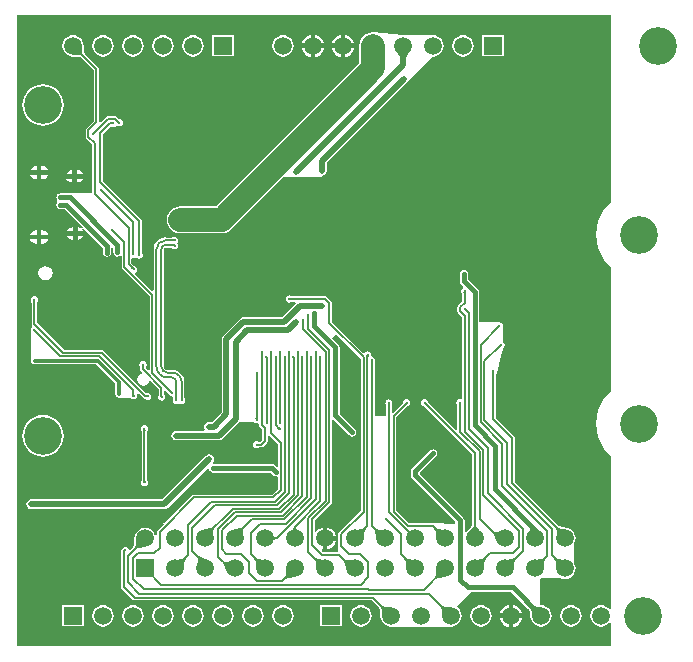
<source format=gbl>
G04*
G04 #@! TF.GenerationSoftware,Altium Limited,Altium Designer,18.1.6 (161)*
G04*
G04 Layer_Physical_Order=2*
G04 Layer_Color=16711680*
%FSLAX44Y44*%
%MOMM*%
G71*
G01*
G75*
%ADD11C,0.1500*%
%ADD50C,0.4000*%
%ADD51C,0.5000*%
%ADD53C,0.3000*%
%ADD55C,0.3810*%
%ADD89C,3.2004*%
%ADD90R,1.5000X1.5000*%
%ADD91C,1.5000*%
%ADD92C,0.3000*%
%ADD93C,0.4000*%
%ADD94C,2.0000*%
G36*
X792850Y670757D02*
X790781Y668989D01*
X787050Y664621D01*
X784048Y659722D01*
X781849Y654414D01*
X780508Y648828D01*
X780057Y643100D01*
X780508Y637373D01*
X781849Y631786D01*
X784048Y626478D01*
X787050Y621580D01*
X790781Y617211D01*
X792850Y615444D01*
Y510756D01*
X790781Y508989D01*
X787050Y504621D01*
X784048Y499722D01*
X781849Y494414D01*
X780508Y488828D01*
X780057Y483100D01*
X780508Y477373D01*
X781849Y471786D01*
X784048Y466478D01*
X787050Y461580D01*
X790781Y457211D01*
X792850Y455444D01*
Y326193D01*
X791580Y325762D01*
X790769Y326819D01*
X788889Y328261D01*
X786700Y329168D01*
X784350Y329478D01*
X782001Y329168D01*
X779811Y328261D01*
X777931Y326819D01*
X776488Y324939D01*
X775582Y322749D01*
X775272Y320400D01*
X775582Y318050D01*
X776488Y315861D01*
X777931Y313981D01*
X779811Y312539D01*
X782001Y311632D01*
X784350Y311322D01*
X786700Y311632D01*
X788889Y312539D01*
X790769Y313981D01*
X791580Y315038D01*
X792850Y314607D01*
Y294649D01*
X289449D01*
Y828801D01*
X792850D01*
Y670757D01*
D02*
G37*
%LPC*%
G36*
X567900Y812329D02*
Y805010D01*
X575219D01*
X575155Y805490D01*
X574198Y807801D01*
X572675Y809786D01*
X570691Y811308D01*
X568380Y812265D01*
X567900Y812329D01*
D02*
G37*
G36*
X542500D02*
Y805010D01*
X549819D01*
X549755Y805490D01*
X548798Y807801D01*
X547275Y809786D01*
X545291Y811308D01*
X542980Y812265D01*
X542500Y812329D01*
D02*
G37*
G36*
X563900D02*
X563420Y812265D01*
X561109Y811308D01*
X559124Y809786D01*
X557602Y807801D01*
X556645Y805490D01*
X556581Y805010D01*
X563900D01*
Y812329D01*
D02*
G37*
G36*
X538500D02*
X538020Y812265D01*
X535709Y811308D01*
X533725Y809786D01*
X532202Y807801D01*
X531245Y805490D01*
X531181Y805010D01*
X538500D01*
Y812329D01*
D02*
G37*
G36*
X701900Y812010D02*
X683900D01*
Y794010D01*
X701900D01*
Y812010D01*
D02*
G37*
G36*
X473300D02*
X455300D01*
Y794010D01*
X473300D01*
Y812010D01*
D02*
G37*
G36*
X667500Y812088D02*
X665151Y811778D01*
X662961Y810872D01*
X661081Y809429D01*
X659639Y807549D01*
X658732Y805359D01*
X658422Y803010D01*
X658732Y800661D01*
X659639Y798471D01*
X661081Y796591D01*
X662961Y795149D01*
X665151Y794242D01*
X667500Y793932D01*
X669849Y794242D01*
X672039Y795149D01*
X673919Y796591D01*
X675361Y798471D01*
X676268Y800661D01*
X676578Y803010D01*
X676268Y805359D01*
X675361Y807549D01*
X673919Y809429D01*
X672039Y810872D01*
X669849Y811778D01*
X667500Y812088D01*
D02*
G37*
G36*
X591300Y814609D02*
X588298Y814214D01*
X585500Y813055D01*
X583098Y811212D01*
X581255Y808810D01*
X580096Y806012D01*
X579701Y803010D01*
Y788655D01*
X458345Y667299D01*
X428250D01*
X425248Y666904D01*
X422450Y665745D01*
X420048Y663902D01*
X418205Y661500D01*
X417046Y658702D01*
X416651Y655700D01*
X417046Y652698D01*
X418205Y649900D01*
X420048Y647498D01*
X422450Y645655D01*
X425248Y644496D01*
X428250Y644101D01*
X463150D01*
X463150Y644101D01*
X466152Y644496D01*
X468950Y645655D01*
X471352Y647498D01*
X516125Y692272D01*
X547250D01*
X548000Y693022D01*
X549561Y693332D01*
X550884Y694216D01*
X551768Y695539D01*
X552078Y697100D01*
Y704111D01*
X620084Y772116D01*
X641923Y793956D01*
X642100Y793932D01*
X644449Y794242D01*
X646639Y795149D01*
X648519Y796591D01*
X649961Y798471D01*
X650868Y800661D01*
X651178Y803010D01*
X650868Y805359D01*
X649961Y807549D01*
X648519Y809429D01*
X646639Y810872D01*
X644449Y811778D01*
X642100Y812088D01*
X616700D01*
X591300Y814609D01*
D02*
G37*
G36*
X515100Y812088D02*
X512751Y811778D01*
X510561Y810872D01*
X508681Y809429D01*
X507239Y807549D01*
X506332Y805359D01*
X506022Y803010D01*
X506332Y800661D01*
X507239Y798471D01*
X508681Y796591D01*
X510561Y795149D01*
X512751Y794242D01*
X515100Y793932D01*
X517449Y794242D01*
X519639Y795149D01*
X521519Y796591D01*
X522961Y798471D01*
X523868Y800661D01*
X524178Y803010D01*
X523868Y805359D01*
X522961Y807549D01*
X521519Y809429D01*
X519639Y810872D01*
X517449Y811778D01*
X515100Y812088D01*
D02*
G37*
G36*
X438900D02*
X436550Y811778D01*
X434361Y810872D01*
X432481Y809429D01*
X431039Y807549D01*
X430132Y805359D01*
X429822Y803010D01*
X430132Y800661D01*
X431039Y798471D01*
X432481Y796591D01*
X434361Y795149D01*
X436550Y794242D01*
X438900Y793932D01*
X441250Y794242D01*
X443439Y795149D01*
X445319Y796591D01*
X446761Y798471D01*
X447668Y800661D01*
X447978Y803010D01*
X447668Y805359D01*
X446761Y807549D01*
X445319Y809429D01*
X443439Y810872D01*
X441250Y811778D01*
X438900Y812088D01*
D02*
G37*
G36*
X413500D02*
X411151Y811778D01*
X408961Y810872D01*
X407081Y809429D01*
X405639Y807549D01*
X404732Y805359D01*
X404422Y803010D01*
X404732Y800661D01*
X405639Y798471D01*
X407081Y796591D01*
X408961Y795149D01*
X411151Y794242D01*
X413500Y793932D01*
X415849Y794242D01*
X418039Y795149D01*
X419919Y796591D01*
X421361Y798471D01*
X422268Y800661D01*
X422578Y803010D01*
X422268Y805359D01*
X421361Y807549D01*
X419919Y809429D01*
X418039Y810872D01*
X415849Y811778D01*
X413500Y812088D01*
D02*
G37*
G36*
X388100D02*
X385751Y811778D01*
X383561Y810872D01*
X381681Y809429D01*
X380238Y807549D01*
X379332Y805359D01*
X379022Y803010D01*
X379332Y800661D01*
X380238Y798471D01*
X381681Y796591D01*
X383561Y795149D01*
X385751Y794242D01*
X388100Y793932D01*
X390449Y794242D01*
X392639Y795149D01*
X394519Y796591D01*
X395961Y798471D01*
X396868Y800661D01*
X397178Y803010D01*
X396868Y805359D01*
X395961Y807549D01*
X394519Y809429D01*
X392639Y810872D01*
X390449Y811778D01*
X388100Y812088D01*
D02*
G37*
G36*
X362700D02*
X360350Y811778D01*
X358161Y810872D01*
X356281Y809429D01*
X354838Y807549D01*
X353932Y805359D01*
X353622Y803010D01*
X353932Y800661D01*
X354838Y798471D01*
X356281Y796591D01*
X358161Y795149D01*
X360350Y794242D01*
X362700Y793932D01*
X365050Y794242D01*
X367239Y795149D01*
X369119Y796591D01*
X370561Y798471D01*
X371468Y800661D01*
X371778Y803010D01*
X371468Y805359D01*
X370561Y807549D01*
X369119Y809429D01*
X367239Y810872D01*
X365050Y811778D01*
X362700Y812088D01*
D02*
G37*
G36*
X575219Y801010D02*
X567900D01*
Y793691D01*
X568380Y793755D01*
X570691Y794712D01*
X572675Y796235D01*
X574198Y798219D01*
X575155Y800530D01*
X575219Y801010D01*
D02*
G37*
G36*
X549819D02*
X542500D01*
Y793691D01*
X542980Y793755D01*
X545291Y794712D01*
X547275Y796235D01*
X548798Y798219D01*
X549755Y800530D01*
X549819Y801010D01*
D02*
G37*
G36*
X563900D02*
X556581D01*
X556645Y800530D01*
X557602Y798219D01*
X559124Y796235D01*
X561109Y794712D01*
X563420Y793755D01*
X563900Y793691D01*
Y801010D01*
D02*
G37*
G36*
X538500D02*
X531181D01*
X531245Y800530D01*
X532202Y798219D01*
X533725Y796235D01*
X535709Y794712D01*
X538020Y793755D01*
X538500Y793691D01*
Y801010D01*
D02*
G37*
G36*
X311900Y770397D02*
X308469Y770059D01*
X305170Y769058D01*
X302129Y767433D01*
X299464Y765246D01*
X297277Y762581D01*
X295652Y759540D01*
X294651Y756241D01*
X294313Y752810D01*
X294651Y749379D01*
X295652Y746080D01*
X297277Y743039D01*
X299464Y740374D01*
X302129Y738187D01*
X305170Y736562D01*
X308469Y735561D01*
X311900Y735223D01*
X315331Y735561D01*
X318630Y736562D01*
X321671Y738187D01*
X324336Y740374D01*
X326523Y743039D01*
X328148Y746080D01*
X329149Y749379D01*
X329487Y752810D01*
X329149Y756241D01*
X328148Y759540D01*
X326523Y762581D01*
X324336Y765246D01*
X321671Y767433D01*
X318630Y769058D01*
X315331Y770059D01*
X311900Y770397D01*
D02*
G37*
G36*
X337300Y812088D02*
X334950Y811778D01*
X332761Y810872D01*
X330881Y809429D01*
X329439Y807549D01*
X328532Y805359D01*
X328222Y803010D01*
X328532Y800661D01*
X329439Y798471D01*
X330881Y796591D01*
X332761Y795149D01*
X334950Y794242D01*
X337243Y793940D01*
X337370Y793887D01*
X338560Y793883D01*
X339609Y793850D01*
X341458Y793690D01*
X342183Y793574D01*
X342810Y793434D01*
X343316Y793279D01*
X343694Y793120D01*
X343942Y792977D01*
X344197Y792767D01*
X344343Y792722D01*
X354756Y782310D01*
Y739300D01*
X348728Y733272D01*
X348231Y732528D01*
X348056Y731650D01*
Y725600D01*
X348231Y724722D01*
X348728Y723978D01*
X353356Y719350D01*
Y678172D01*
X326600D01*
X325271Y677907D01*
X324145Y677155D01*
X323392Y676029D01*
X323128Y674700D01*
X323392Y673371D01*
X324145Y672245D01*
X324130Y670728D01*
X324095Y670705D01*
X323343Y669579D01*
X323078Y668250D01*
X323343Y666921D01*
X324095Y665795D01*
X325221Y665043D01*
X326550Y664778D01*
X329712D01*
X345315Y649175D01*
X344506Y648188D01*
X344241Y648365D01*
X343148Y649095D01*
X341100Y649503D01*
Y646150D01*
X346055D01*
X346045Y646198D01*
X345316Y647291D01*
X345139Y647556D01*
X346125Y648365D01*
X362828Y631662D01*
Y627850D01*
X363092Y626521D01*
X363845Y625395D01*
X364971Y624643D01*
X366300Y624378D01*
X367629Y624643D01*
X368755Y625395D01*
X369507Y626521D01*
X369772Y627850D01*
Y631472D01*
X371042Y632146D01*
X371428Y631884D01*
Y628000D01*
X371693Y626671D01*
X372445Y625545D01*
X373571Y624793D01*
X374900Y624528D01*
X376229Y624793D01*
X377136Y625399D01*
X377941Y625150D01*
X378406Y624836D01*
Y616000D01*
X378581Y615122D01*
X379078Y614378D01*
X402156Y591300D01*
Y528498D01*
X400983Y528012D01*
X398794Y530200D01*
Y530668D01*
X398872Y530839D01*
X398882Y531095D01*
X398887Y531136D01*
X398892Y531170D01*
X398893Y531171D01*
X398902Y531196D01*
X398902Y531205D01*
X398910Y531230D01*
X398904Y531297D01*
X399326Y531930D01*
X399559Y533100D01*
X399326Y534271D01*
X398663Y535263D01*
X397671Y535926D01*
X396500Y536159D01*
X395330Y535926D01*
X394337Y535263D01*
X393674Y534271D01*
X393441Y533100D01*
X393674Y531930D01*
X394096Y531297D01*
X394090Y531230D01*
X394098Y531205D01*
X394098Y531196D01*
X394108Y531171D01*
X394108Y531170D01*
X394110Y531155D01*
X394125Y530980D01*
X394127Y530871D01*
X394206Y530689D01*
Y529250D01*
X394381Y528372D01*
X394878Y527628D01*
X395868Y526638D01*
X395450Y525260D01*
X394949Y525160D01*
X393295Y524055D01*
X392190Y522401D01*
X391802Y520450D01*
X392190Y518499D01*
X393295Y516845D01*
X394949Y515740D01*
X396900Y515352D01*
X398851Y515740D01*
X400505Y516845D01*
X401610Y518499D01*
X401710Y519000D01*
X403088Y519418D01*
X409806Y512700D01*
Y507889D01*
X409727Y507711D01*
X409720Y507430D01*
X409716Y507370D01*
X409698Y507224D01*
X409689Y507199D01*
X409690Y507192D01*
X409684Y507171D01*
X409697Y507076D01*
X409699Y507057D01*
X409574Y506870D01*
X409341Y505700D01*
X409574Y504529D01*
X410237Y503537D01*
X411230Y502874D01*
X412400Y502641D01*
X413571Y502874D01*
X414563Y503537D01*
X415226Y504529D01*
X415459Y505700D01*
X415226Y506870D01*
X414563Y507863D01*
X414481Y507918D01*
X414475Y507971D01*
X414473Y508068D01*
X414401Y508232D01*
X414429Y508410D01*
X414394Y508457D01*
Y510902D01*
X415567Y511388D01*
X417658Y509297D01*
X417723Y509122D01*
X417898Y508933D01*
X417923Y508901D01*
X417944Y508873D01*
X417944Y508872D01*
X417955Y508848D01*
X417962Y508841D01*
X417974Y508818D01*
X418026Y508775D01*
X418174Y508030D01*
X418837Y507037D01*
X419829Y506374D01*
X421000Y506141D01*
X421925Y505256D01*
X422108Y504330D01*
X421934Y504071D01*
X421701Y502900D01*
X421934Y501730D01*
X422597Y500737D01*
X423589Y500074D01*
X424760Y499841D01*
X425930Y500074D01*
X425992Y500115D01*
X427068Y500653D01*
X428022Y500096D01*
X428129Y500024D01*
X429300Y499791D01*
X430471Y500024D01*
X431463Y500687D01*
X432126Y501679D01*
X432359Y502850D01*
X432126Y504021D01*
X431704Y504653D01*
X431710Y504720D01*
X431702Y504744D01*
X431702Y504754D01*
X431693Y504779D01*
X431692Y504780D01*
X431690Y504795D01*
X431675Y504970D01*
X431673Y505079D01*
X431594Y505261D01*
Y519063D01*
X431625D01*
X431325Y521344D01*
X430445Y523469D01*
X429044Y525294D01*
X429059Y525309D01*
X426741Y527087D01*
X424043Y528204D01*
X421147Y528586D01*
Y528534D01*
X417460D01*
Y528555D01*
X416218Y528802D01*
X415165Y529505D01*
X414462Y530558D01*
X414215Y531800D01*
X414194D01*
Y630600D01*
X414184Y630649D01*
X414599Y631651D01*
X415601Y632066D01*
X415650Y632056D01*
X420562D01*
X420697Y631984D01*
X420758Y632002D01*
X420784Y631991D01*
X421087Y631537D01*
X422079Y630874D01*
X423250Y630641D01*
X424421Y630874D01*
X425413Y631537D01*
X426076Y632529D01*
X426309Y633700D01*
X426076Y634870D01*
X425923Y635100D01*
X425504Y636075D01*
X425923Y637050D01*
X426076Y637280D01*
X426309Y638450D01*
X426076Y639621D01*
X425413Y640613D01*
X424421Y641276D01*
X423250Y641509D01*
X422079Y641276D01*
X421358Y640794D01*
X421344Y640795D01*
X421332Y640797D01*
X421329Y640796D01*
X421317Y640797D01*
X421284Y640787D01*
X421275Y640787D01*
X421260Y640780D01*
X421260Y640780D01*
X421093Y640765D01*
X420986Y640763D01*
X420965Y640754D01*
X420943Y640762D01*
X420777Y640684D01*
X415650D01*
Y640727D01*
X413029Y640382D01*
X410587Y639370D01*
X408489Y637761D01*
X406880Y635663D01*
X405868Y633221D01*
X405523Y630600D01*
X405566D01*
Y596038D01*
X404393Y595552D01*
X390179Y609765D01*
X390415Y611325D01*
X390732Y611537D01*
X391395Y612529D01*
X391628Y613700D01*
X391395Y614870D01*
X390732Y615863D01*
X389740Y616526D01*
X388908Y616691D01*
X388891Y616712D01*
X388887Y616717D01*
X388886Y616717D01*
X388878Y616727D01*
X388849Y616742D01*
X388842Y616748D01*
X388825Y616755D01*
X388823Y616757D01*
X388694Y616866D01*
X388616Y616940D01*
X388601Y616946D01*
X388595Y616960D01*
X388419Y617026D01*
X386644Y618800D01*
Y622472D01*
X387914Y623456D01*
X388188Y623401D01*
X389358Y623634D01*
X389626Y623813D01*
X391237Y623687D01*
X392229Y623024D01*
X393400Y622791D01*
X394571Y623024D01*
X395563Y623687D01*
X396226Y624679D01*
X396459Y625850D01*
X396226Y627020D01*
X395904Y627502D01*
X395907Y627555D01*
X395913Y627603D01*
X395910Y627615D01*
X395910Y627625D01*
X395897Y627662D01*
X395895Y627672D01*
X395895Y627674D01*
X395895Y627675D01*
X395893Y627682D01*
X395889Y627709D01*
X395875Y627897D01*
X395873Y628013D01*
X395794Y628196D01*
Y654550D01*
X395619Y655428D01*
X395122Y656172D01*
X362544Y688750D01*
Y728550D01*
X369071Y735076D01*
X369295Y735068D01*
X369336Y735063D01*
X369370Y735058D01*
X369371Y735058D01*
X369396Y735048D01*
X369406Y735048D01*
X369430Y735040D01*
X369497Y735046D01*
X370130Y734624D01*
X371300Y734391D01*
X372471Y734624D01*
X373463Y735287D01*
X373730Y735687D01*
X374337D01*
X375329Y735024D01*
X376500Y734791D01*
X377671Y735024D01*
X378663Y735687D01*
X379326Y736680D01*
X379559Y737850D01*
X379326Y739020D01*
X378663Y740013D01*
X377671Y740676D01*
X376925Y740824D01*
X376882Y740876D01*
X376859Y740888D01*
X376852Y740895D01*
X376828Y740906D01*
X376827Y740906D01*
X376814Y740915D01*
X376681Y741029D01*
X376602Y741104D01*
X376417Y741177D01*
X374772Y742822D01*
X374028Y743319D01*
X373150Y743494D01*
X366700D01*
X365822Y743319D01*
X365078Y742822D01*
X360614Y738358D01*
X359344Y738884D01*
Y783260D01*
X359169Y784138D01*
X358672Y784882D01*
X358672Y784882D01*
X347588Y795967D01*
X347543Y796113D01*
X347333Y796368D01*
X347190Y796616D01*
X347031Y796994D01*
X346876Y797500D01*
X346736Y798126D01*
X346623Y798836D01*
X346427Y801779D01*
X346423Y802940D01*
X346370Y803067D01*
X346068Y805359D01*
X345161Y807549D01*
X343719Y809429D01*
X341839Y810872D01*
X339650Y811778D01*
X337300Y812088D01*
D02*
G37*
G36*
X311100Y701258D02*
X310600D01*
Y697650D01*
X316310D01*
X316281Y697796D01*
X315065Y699615D01*
X313246Y700831D01*
X311100Y701258D01*
D02*
G37*
G36*
X306600D02*
X306100D01*
X303954Y700831D01*
X302135Y699615D01*
X300919Y697796D01*
X300890Y697650D01*
X306600D01*
Y701258D01*
D02*
G37*
G36*
X340700Y698003D02*
D01*
Y694650D01*
X345655D01*
X345645Y694698D01*
X344485Y696435D01*
X342748Y697595D01*
X340700Y698003D01*
D02*
G37*
G36*
X336700D02*
X334652Y697595D01*
X332915Y696435D01*
X331755Y694698D01*
X331745Y694650D01*
X336700D01*
Y698003D01*
D02*
G37*
G36*
X316310Y693650D02*
X310600D01*
Y690042D01*
X311100D01*
X313246Y690469D01*
X315065Y691685D01*
X316281Y693504D01*
X316310Y693650D01*
D02*
G37*
G36*
X306600D02*
X300890D01*
X300919Y693504D01*
X302135Y691685D01*
X303954Y690469D01*
X306100Y690042D01*
X306600D01*
Y693650D01*
D02*
G37*
G36*
X345655Y690650D02*
X340700D01*
Y687297D01*
X342748Y687705D01*
X344485Y688865D01*
X345645Y690602D01*
X345655Y690650D01*
D02*
G37*
G36*
X336700D02*
X331745D01*
X331755Y690602D01*
X332915Y688865D01*
X334652Y687705D01*
X336700Y687297D01*
D01*
Y690650D01*
D02*
G37*
G36*
X337100Y649503D02*
X337100D01*
X335052Y649095D01*
X333315Y647935D01*
X332155Y646198D01*
X332145Y646150D01*
X337100D01*
Y649503D01*
D02*
G37*
G36*
X311100Y646758D02*
X310600D01*
Y643150D01*
X316310D01*
X316281Y643296D01*
X315065Y645115D01*
X313246Y646331D01*
X311100Y646758D01*
D02*
G37*
G36*
X306600D02*
X306100D01*
X303954Y646331D01*
X302135Y645115D01*
X300919Y643296D01*
X300890Y643150D01*
X306600D01*
Y646758D01*
D02*
G37*
G36*
X346055Y642150D02*
X341100D01*
Y638797D01*
X343148Y639205D01*
X344885Y640365D01*
X346045Y642102D01*
X346055Y642150D01*
D02*
G37*
G36*
X337100D02*
X332145D01*
X332155Y642102D01*
X333315Y640365D01*
X335052Y639205D01*
X337100Y638797D01*
X337100D01*
Y642150D01*
D02*
G37*
G36*
X316310Y639150D02*
X310600D01*
Y635542D01*
X311100D01*
X313246Y635969D01*
X315065Y637185D01*
X316281Y639004D01*
X316310Y639150D01*
D02*
G37*
G36*
X306600D02*
X300890D01*
X300919Y639004D01*
X302135Y637185D01*
X303954Y635969D01*
X306100Y635542D01*
X306600D01*
Y639150D01*
D02*
G37*
G36*
X313900Y616567D02*
X311559Y616102D01*
X309574Y614776D01*
X308248Y612791D01*
X307782Y610450D01*
X308248Y608109D01*
X309574Y606124D01*
X311559Y604798D01*
X313900Y604332D01*
X316241Y604798D01*
X318226Y606124D01*
X319552Y608109D01*
X320018Y610450D01*
X319552Y612791D01*
X318226Y614776D01*
X316241Y616102D01*
X313900Y616567D01*
D02*
G37*
G36*
X668450Y613219D02*
X667084Y612947D01*
X665927Y612173D01*
X665153Y611016D01*
X664881Y609650D01*
Y603500D01*
X665153Y602134D01*
X665927Y600977D01*
X667632Y599271D01*
X667275Y597832D01*
X666647Y597413D01*
X665984Y596421D01*
X665751Y595250D01*
X665984Y594080D01*
X666407Y593448D01*
X666400Y593381D01*
X666408Y593356D01*
X666408Y593346D01*
X666418Y593321D01*
X666418Y593320D01*
X666420Y593305D01*
X666435Y593130D01*
X666437Y593021D01*
X666516Y592839D01*
Y586400D01*
X663438Y583322D01*
X662941Y582578D01*
X662766Y581700D01*
Y578340D01*
X662941Y577462D01*
X663438Y576718D01*
X667006Y573150D01*
Y504445D01*
X665736Y503702D01*
X664950Y503859D01*
X663779Y503626D01*
X662787Y502963D01*
X662124Y501970D01*
X661891Y500800D01*
X662124Y499630D01*
X662546Y498997D01*
X662540Y498930D01*
X662548Y498905D01*
X662548Y498896D01*
X662558Y498871D01*
X662558Y498870D01*
X662560Y498855D01*
X662575Y498680D01*
X662577Y498571D01*
X662656Y498389D01*
Y478048D01*
X661483Y477562D01*
X638392Y500653D01*
X638326Y500829D01*
X638152Y501017D01*
X638127Y501049D01*
X638106Y501077D01*
X638106Y501078D01*
X638095Y501102D01*
X638088Y501109D01*
X638076Y501132D01*
X638024Y501175D01*
X637876Y501921D01*
X637213Y502913D01*
X636221Y503576D01*
X635050Y503809D01*
X633880Y503576D01*
X632887Y502913D01*
X632224Y501921D01*
X631991Y500750D01*
X632224Y499580D01*
X632887Y498587D01*
X633880Y497924D01*
X634625Y497776D01*
X634668Y497724D01*
X634691Y497712D01*
X634698Y497705D01*
X634722Y497694D01*
X634723Y497694D01*
X634735Y497685D01*
X634869Y497571D01*
X634948Y497496D01*
X635132Y497423D01*
X675406Y457150D01*
Y398155D01*
X675334Y398020D01*
X675302Y397691D01*
X675228Y397415D01*
X675073Y397035D01*
X674825Y396568D01*
X674481Y396026D01*
X674059Y395443D01*
X672117Y393224D01*
X671299Y392401D01*
X671246Y392273D01*
X670089Y390765D01*
X668819Y391166D01*
Y401100D01*
X668547Y402466D01*
X667773Y403623D01*
X630669Y440728D01*
Y441272D01*
X644773Y455377D01*
X645547Y456534D01*
X645819Y457900D01*
X645547Y459266D01*
X644773Y460423D01*
X643616Y461197D01*
X642250Y461469D01*
X640884Y461197D01*
X639727Y460423D01*
X624577Y445273D01*
X623803Y444116D01*
X623531Y442750D01*
Y439250D01*
X623803Y437884D01*
X624577Y436727D01*
X661043Y400261D01*
X660988Y398732D01*
X660776Y398523D01*
X641650Y398844D01*
X621443D01*
X611144Y409143D01*
Y488750D01*
X619803Y497408D01*
X619978Y497473D01*
X620167Y497648D01*
X620199Y497673D01*
X620227Y497694D01*
X620228Y497694D01*
X620252Y497705D01*
X620259Y497712D01*
X620282Y497724D01*
X620325Y497776D01*
X621071Y497924D01*
X622063Y498587D01*
X622726Y499580D01*
X622959Y500750D01*
X622726Y501921D01*
X622063Y502913D01*
X621071Y503576D01*
X619900Y503809D01*
X618729Y503576D01*
X617737Y502913D01*
X617074Y501921D01*
X616926Y501175D01*
X616874Y501132D01*
X616862Y501109D01*
X616855Y501102D01*
X616844Y501078D01*
X616844Y501077D01*
X616835Y501064D01*
X616721Y500931D01*
X616646Y500852D01*
X616573Y500667D01*
X608264Y492358D01*
X606994Y492884D01*
Y498218D01*
X607072Y498388D01*
X607082Y498645D01*
X607087Y498686D01*
X607092Y498720D01*
X607093Y498721D01*
X607102Y498746D01*
X607102Y498755D01*
X607110Y498780D01*
X607104Y498847D01*
X607526Y499479D01*
X607759Y500650D01*
X607526Y501820D01*
X606863Y502813D01*
X605871Y503476D01*
X604700Y503709D01*
X603530Y503476D01*
X602537Y502813D01*
X601874Y501820D01*
X601641Y500650D01*
X601874Y499479D01*
X602296Y498847D01*
X602290Y498780D01*
X602298Y498755D01*
X602298Y498746D01*
X602308Y498721D01*
X602308Y498720D01*
X602310Y498705D01*
X602325Y498530D01*
X602327Y498421D01*
X602406Y498239D01*
Y489700D01*
X593769D01*
X592550Y489750D01*
X592544Y490951D01*
Y534168D01*
X592622Y534338D01*
X592632Y534595D01*
X592637Y534636D01*
X592642Y534670D01*
X592643Y534671D01*
X592652Y534696D01*
X592652Y534706D01*
X592660Y534730D01*
X592654Y534797D01*
X593076Y535429D01*
X593309Y536600D01*
X593076Y537771D01*
X592413Y538763D01*
X591421Y539426D01*
X590585Y539592D01*
X590207Y539741D01*
X589635Y540831D01*
X589709Y541200D01*
X589476Y542370D01*
X588813Y543363D01*
X587821Y544026D01*
X586650Y544259D01*
X585479Y544026D01*
X584487Y543363D01*
X584382Y543205D01*
X582759Y543032D01*
X556294Y569497D01*
Y585650D01*
X556119Y586528D01*
X555622Y587272D01*
X552672Y590222D01*
X551928Y590719D01*
X551050Y590894D01*
X522782D01*
X522612Y590972D01*
X522355Y590982D01*
X522314Y590987D01*
X522280Y590992D01*
X522279Y590993D01*
X522254Y591002D01*
X522244Y591002D01*
X522220Y591010D01*
X522153Y591004D01*
X521521Y591426D01*
X520350Y591659D01*
X519179Y591426D01*
X518187Y590763D01*
X517524Y589771D01*
X517291Y588600D01*
X517524Y587430D01*
X518187Y586437D01*
X519179Y585774D01*
X520350Y585541D01*
X521521Y585774D01*
X522153Y586196D01*
X522220Y586190D01*
X522244Y586198D01*
X522254Y586198D01*
X522279Y586208D01*
X522280Y586208D01*
X522295Y586210D01*
X522470Y586225D01*
X522579Y586227D01*
X522761Y586306D01*
X525454D01*
X525528Y586212D01*
X525918Y585036D01*
X513961Y573078D01*
X481400D01*
X479839Y572768D01*
X478516Y571884D01*
X478516Y571884D01*
X464216Y557584D01*
X463332Y556261D01*
X463022Y554700D01*
X463022Y554700D01*
Y492689D01*
X454961Y484628D01*
X452350D01*
X450789Y484318D01*
X449466Y483434D01*
X448582Y482111D01*
X448272Y480550D01*
X448582Y478989D01*
X449010Y478348D01*
X448331Y477078D01*
X424600D01*
X423039Y476768D01*
X421716Y475884D01*
X420832Y474561D01*
X420522Y473000D01*
X420832Y471439D01*
X421716Y470116D01*
X423039Y469232D01*
X424600Y468922D01*
X460750D01*
X460750Y468922D01*
X462311Y469232D01*
X463634Y470116D01*
X478084Y484566D01*
X478084Y484566D01*
X490234D01*
X490487Y484187D01*
X491479Y483524D01*
X492650Y483291D01*
X493686Y483497D01*
X493944Y483441D01*
X494956Y482755D01*
Y482097D01*
X495131Y481219D01*
X495628Y480475D01*
X497456Y478647D01*
Y469550D01*
X495550Y467644D01*
X495132D01*
X494962Y467722D01*
X494705Y467732D01*
X494664Y467737D01*
X494630Y467742D01*
X494629Y467743D01*
X494604Y467752D01*
X494594Y467752D01*
X494570Y467760D01*
X494503Y467754D01*
X493871Y468176D01*
X492700Y468409D01*
X491529Y468176D01*
X490537Y467513D01*
X489874Y466521D01*
X489641Y465350D01*
X489874Y464179D01*
X490537Y463187D01*
X491529Y462524D01*
X492700Y462291D01*
X493871Y462524D01*
X494503Y462946D01*
X494570Y462940D01*
X494594Y462948D01*
X494604Y462948D01*
X494629Y462957D01*
X494630Y462958D01*
X494645Y462960D01*
X494820Y462975D01*
X494929Y462977D01*
X495111Y463056D01*
X496500D01*
X497378Y463231D01*
X498122Y463728D01*
X501372Y466978D01*
X501869Y467722D01*
X502044Y468600D01*
Y473338D01*
X503314Y473723D01*
X503378Y473628D01*
X510906Y466100D01*
Y447100D01*
X509733Y446614D01*
X508523Y447823D01*
X507366Y448597D01*
X506000Y448869D01*
X456232D01*
X455935Y449235D01*
X455690Y449780D01*
X455618Y450068D01*
X456468Y451339D01*
X456778Y452900D01*
X456468Y454461D01*
X455584Y455784D01*
X454261Y456668D01*
X452700Y456978D01*
X451139Y456668D01*
X449816Y455784D01*
X413011Y418978D01*
X301700D01*
X300139Y418668D01*
X298816Y417784D01*
X297932Y416461D01*
X297622Y414900D01*
X297932Y413339D01*
X298816Y412016D01*
X300139Y411132D01*
X301700Y410822D01*
X414700D01*
X414700Y410822D01*
X416261Y411132D01*
X417584Y412016D01*
X451328Y445760D01*
X452140Y445450D01*
X452553Y445190D01*
X452803Y443934D01*
X453577Y442777D01*
X454734Y442003D01*
X456100Y441731D01*
X504522D01*
X506327Y439927D01*
X507484Y439153D01*
X508850Y438881D01*
X509636Y439038D01*
X510906Y438203D01*
Y427900D01*
X505950Y422944D01*
X440000D01*
X439122Y422769D01*
X438378Y422272D01*
X414700Y398594D01*
X413300D01*
X413930Y397825D01*
X408978Y392872D01*
X408481Y392128D01*
X408306Y391250D01*
Y388452D01*
X407068Y388250D01*
X406161Y390439D01*
X404719Y392319D01*
X402839Y393761D01*
X400649Y394668D01*
X398300Y394978D01*
X395951Y394668D01*
X393761Y393761D01*
X391881Y392319D01*
X390438Y390439D01*
X389532Y388250D01*
X389230Y385957D01*
X389177Y385830D01*
X389173Y384640D01*
X389140Y383591D01*
X388980Y381742D01*
X388864Y381017D01*
X388724Y380390D01*
X388569Y379884D01*
X388410Y379506D01*
X388267Y379258D01*
X388057Y379003D01*
X388012Y378857D01*
X385613Y376457D01*
X384235Y376875D01*
X384176Y377170D01*
X383513Y378163D01*
X382520Y378826D01*
X381350Y379059D01*
X380179Y378826D01*
X379187Y378163D01*
X378524Y377170D01*
X378303Y376062D01*
X378080Y375728D01*
X377906Y374850D01*
Y344900D01*
X378080Y344022D01*
X378578Y343278D01*
X387778Y334078D01*
X388522Y333581D01*
X389400Y333406D01*
X590300Y333406D01*
X596262Y327443D01*
X596307Y327297D01*
X596517Y327042D01*
X596660Y326794D01*
X596819Y326416D01*
X596974Y325910D01*
X597114Y325284D01*
X597227Y324574D01*
X597423Y321631D01*
X597427Y320470D01*
X597480Y320343D01*
X597782Y318050D01*
X598689Y315861D01*
X600131Y313981D01*
X602011Y312539D01*
X604201Y311632D01*
X606550Y311322D01*
X657350D01*
X659699Y311632D01*
X661889Y312539D01*
X663769Y313981D01*
X665211Y315861D01*
X666118Y318050D01*
X666428Y320400D01*
X666118Y322749D01*
X665211Y324939D01*
X663769Y326819D01*
X662653Y327675D01*
X662570Y328942D01*
X674559Y340931D01*
X707972D01*
X722596Y326307D01*
X722637Y326191D01*
X723010Y325778D01*
X723296Y325389D01*
X723553Y324957D01*
X723780Y324478D01*
X723976Y323948D01*
X724140Y323367D01*
X724269Y322730D01*
X724361Y322039D01*
X724414Y321292D01*
X724427Y320450D01*
X724483Y320321D01*
X724782Y318050D01*
X725688Y315861D01*
X727131Y313981D01*
X729011Y312539D01*
X731200Y311632D01*
X733550Y311322D01*
X735900Y311632D01*
X738089Y312539D01*
X739969Y313981D01*
X741411Y315861D01*
X742318Y318050D01*
X742628Y320400D01*
X742318Y322749D01*
X741411Y324939D01*
X739969Y326819D01*
X738089Y328261D01*
X735900Y329168D01*
X733629Y329467D01*
X733500Y329523D01*
X733039Y329530D01*
Y351333D01*
X733200Y352550D01*
X749350D01*
X749416Y352616D01*
X751551Y351732D01*
X753900Y351422D01*
X756249Y351732D01*
X758439Y352639D01*
X760319Y354081D01*
X761761Y355961D01*
X762668Y358150D01*
X762978Y360500D01*
X762668Y362850D01*
X761761Y365039D01*
Y381361D01*
X762668Y383550D01*
X762978Y385900D01*
X762668Y388250D01*
X761761Y390439D01*
X760319Y392319D01*
X758439Y393761D01*
X756249Y394668D01*
X755729Y394737D01*
X755511Y394880D01*
X753012Y395360D01*
X751017Y395823D01*
X749504Y396271D01*
X748975Y396469D01*
X748579Y396648D01*
X748351Y396781D01*
X748156Y396937D01*
X748016Y396978D01*
X711494Y433500D01*
Y470800D01*
X711319Y471678D01*
X710822Y472422D01*
X695244Y488000D01*
Y524664D01*
X695313Y524787D01*
X695290Y524866D01*
X695323Y524941D01*
X695326Y525065D01*
X695330Y525133D01*
X695336Y525178D01*
X695339Y525193D01*
X695344Y525209D01*
X695926Y526079D01*
X699800Y540650D01*
X702169Y548619D01*
X702376Y548929D01*
X702609Y550100D01*
X702376Y551270D01*
X701713Y552263D01*
X701309Y552533D01*
Y565800D01*
X701076Y566970D01*
X700413Y567963D01*
X699420Y568626D01*
X698250Y568859D01*
X680869D01*
Y594650D01*
X680597Y596016D01*
X679823Y597173D01*
X672019Y604978D01*
Y609650D01*
X671747Y611016D01*
X670973Y612173D01*
X669816Y612947D01*
X668450Y613219D01*
D02*
G37*
G36*
X304450Y591109D02*
X303279Y590876D01*
X302287Y590213D01*
X301624Y589221D01*
X301391Y588050D01*
X301624Y586880D01*
X302046Y586247D01*
X302040Y586180D01*
X302048Y586156D01*
X302048Y586146D01*
X302057Y586121D01*
X302058Y586120D01*
X302060Y586105D01*
X302075Y585930D01*
X302077Y585821D01*
X302156Y585639D01*
Y567850D01*
X302331Y566972D01*
X302731Y566373D01*
X302773Y565996D01*
X302483Y564777D01*
X302237Y564613D01*
X301574Y563620D01*
X301341Y562450D01*
X301574Y561279D01*
X301641Y561179D01*
Y536500D01*
X301874Y535330D01*
X302537Y534337D01*
X302587Y534287D01*
X303579Y533624D01*
X304750Y533391D01*
X356883D01*
X373041Y517233D01*
Y508200D01*
X373274Y507029D01*
X373937Y506037D01*
X374930Y505374D01*
X376100Y505141D01*
X386017D01*
X386487Y504437D01*
X387480Y503774D01*
X388650Y503541D01*
X389821Y503774D01*
X390813Y504437D01*
X391476Y505429D01*
X391709Y506600D01*
X391476Y507771D01*
X391377Y507919D01*
X391612Y508515D01*
X392762Y508744D01*
X397028Y504478D01*
X397772Y503981D01*
X398650Y503806D01*
X398683D01*
X399479Y503274D01*
X400650Y503041D01*
X401820Y503274D01*
X402813Y503937D01*
X403476Y504930D01*
X403709Y506100D01*
X403476Y507271D01*
X402813Y508263D01*
X401820Y508926D01*
X400650Y509159D01*
X399479Y508926D01*
X399233Y508761D01*
X363172Y544822D01*
X362428Y545319D01*
X361550Y545494D01*
X330050D01*
X306744Y568800D01*
Y585618D01*
X306822Y585788D01*
X306832Y586045D01*
X306837Y586086D01*
X306842Y586120D01*
X306842Y586121D01*
X306852Y586146D01*
X306852Y586156D01*
X306860Y586180D01*
X306854Y586247D01*
X307276Y586880D01*
X307509Y588050D01*
X307276Y589221D01*
X306613Y590213D01*
X305620Y590876D01*
X304450Y591109D01*
D02*
G37*
G36*
X311900Y490397D02*
X308469Y490059D01*
X305170Y489058D01*
X302129Y487433D01*
X299464Y485246D01*
X297277Y482581D01*
X295652Y479540D01*
X294651Y476241D01*
X294313Y472810D01*
X294651Y469379D01*
X295652Y466080D01*
X297277Y463039D01*
X299464Y460374D01*
X302129Y458187D01*
X305170Y456562D01*
X308469Y455561D01*
X311900Y455223D01*
X315331Y455561D01*
X318630Y456562D01*
X321671Y458187D01*
X324336Y460374D01*
X326523Y463039D01*
X328148Y466080D01*
X329149Y469379D01*
X329487Y472810D01*
X329149Y476241D01*
X328148Y479540D01*
X326523Y482581D01*
X324336Y485246D01*
X321671Y487433D01*
X318630Y489058D01*
X315331Y490059D01*
X311900Y490397D01*
D02*
G37*
G36*
X397800Y481809D02*
X396629Y481576D01*
X395637Y480913D01*
X394974Y479921D01*
X394741Y478750D01*
X394974Y477579D01*
X395396Y476947D01*
X395390Y476880D01*
X395398Y476856D01*
X395398Y476846D01*
X395407Y476821D01*
X395408Y476820D01*
X395410Y476805D01*
X395425Y476630D01*
X395427Y476521D01*
X395506Y476339D01*
Y435746D01*
X395427Y435563D01*
X395425Y435447D01*
X395411Y435259D01*
X395407Y435232D01*
X395406Y435225D01*
X395405Y435224D01*
X395405Y435222D01*
X395403Y435212D01*
X395390Y435175D01*
X395390Y435165D01*
X395387Y435153D01*
X395393Y435105D01*
X395396Y435052D01*
X395074Y434571D01*
X394841Y433400D01*
X395074Y432229D01*
X395737Y431237D01*
X396730Y430574D01*
X397900Y430341D01*
X399071Y430574D01*
X400063Y431237D01*
X400726Y432229D01*
X400959Y433400D01*
X400726Y434571D01*
X400206Y435349D01*
X400206Y435353D01*
X400204Y435361D01*
X400205Y435373D01*
X400192Y435411D01*
X400192Y435420D01*
X400189Y435425D01*
X400175Y435580D01*
X400173Y435685D01*
X400153Y435730D01*
X400169Y435777D01*
X400094Y435924D01*
Y476318D01*
X400172Y476489D01*
X400182Y476745D01*
X400187Y476786D01*
X400192Y476820D01*
X400192Y476821D01*
X400202Y476846D01*
X400202Y476856D01*
X400210Y476880D01*
X400204Y476947D01*
X400626Y477579D01*
X400859Y478750D01*
X400626Y479921D01*
X399963Y480913D01*
X398970Y481576D01*
X397800Y481809D01*
D02*
G37*
G36*
X710150Y329719D02*
Y322400D01*
X717469D01*
X717405Y322880D01*
X716448Y325191D01*
X714925Y327175D01*
X712941Y328698D01*
X710630Y329655D01*
X710150Y329719D01*
D02*
G37*
G36*
X706150D02*
X705670Y329655D01*
X703359Y328698D01*
X701375Y327175D01*
X699852Y325191D01*
X698895Y322880D01*
X698831Y322400D01*
X706150D01*
Y329719D01*
D02*
G37*
G36*
X346300Y329410D02*
X328300D01*
Y311410D01*
X346300D01*
Y329410D01*
D02*
G37*
G36*
X564750Y329400D02*
X546750D01*
Y311400D01*
X564750D01*
Y329400D01*
D02*
G37*
G36*
X515100Y329488D02*
X512751Y329178D01*
X510561Y328271D01*
X508681Y326829D01*
X507239Y324949D01*
X506332Y322760D01*
X506022Y320410D01*
X506332Y318061D01*
X507239Y315871D01*
X508681Y313991D01*
X510561Y312549D01*
X512751Y311642D01*
X515100Y311332D01*
X517449Y311642D01*
X519639Y312549D01*
X521519Y313991D01*
X522961Y315871D01*
X523868Y318061D01*
X524178Y320410D01*
X523868Y322760D01*
X522961Y324949D01*
X521519Y326829D01*
X519639Y328271D01*
X517449Y329178D01*
X515100Y329488D01*
D02*
G37*
G36*
X489700D02*
X487351Y329178D01*
X485161Y328271D01*
X483281Y326829D01*
X481838Y324949D01*
X480932Y322760D01*
X480622Y320410D01*
X480932Y318061D01*
X481838Y315871D01*
X483281Y313991D01*
X485161Y312549D01*
X487351Y311642D01*
X489700Y311332D01*
X492049Y311642D01*
X494239Y312549D01*
X496119Y313991D01*
X497561Y315871D01*
X498468Y318061D01*
X498778Y320410D01*
X498468Y322760D01*
X497561Y324949D01*
X496119Y326829D01*
X494239Y328271D01*
X492049Y329178D01*
X489700Y329488D01*
D02*
G37*
G36*
X464300D02*
X461950Y329178D01*
X459761Y328271D01*
X457881Y326829D01*
X456438Y324949D01*
X455532Y322760D01*
X455222Y320410D01*
X455532Y318061D01*
X456438Y315871D01*
X457881Y313991D01*
X459761Y312549D01*
X461950Y311642D01*
X464300Y311332D01*
X466650Y311642D01*
X468839Y312549D01*
X470719Y313991D01*
X472161Y315871D01*
X473068Y318061D01*
X473378Y320410D01*
X473068Y322760D01*
X472161Y324949D01*
X470719Y326829D01*
X468839Y328271D01*
X466650Y329178D01*
X464300Y329488D01*
D02*
G37*
G36*
X438900D02*
X436550Y329178D01*
X434361Y328271D01*
X432481Y326829D01*
X431039Y324949D01*
X430132Y322760D01*
X429822Y320410D01*
X430132Y318061D01*
X431039Y315871D01*
X432481Y313991D01*
X434361Y312549D01*
X436550Y311642D01*
X438900Y311332D01*
X441250Y311642D01*
X443439Y312549D01*
X445319Y313991D01*
X446761Y315871D01*
X447668Y318061D01*
X447978Y320410D01*
X447668Y322760D01*
X446761Y324949D01*
X445319Y326829D01*
X443439Y328271D01*
X441250Y329178D01*
X438900Y329488D01*
D02*
G37*
G36*
X413500D02*
X411151Y329178D01*
X408961Y328271D01*
X407081Y326829D01*
X405639Y324949D01*
X404732Y322760D01*
X404422Y320410D01*
X404732Y318061D01*
X405639Y315871D01*
X407081Y313991D01*
X408961Y312549D01*
X411151Y311642D01*
X413500Y311332D01*
X415849Y311642D01*
X418039Y312549D01*
X419919Y313991D01*
X421361Y315871D01*
X422268Y318061D01*
X422578Y320410D01*
X422268Y322760D01*
X421361Y324949D01*
X419919Y326829D01*
X418039Y328271D01*
X415849Y329178D01*
X413500Y329488D01*
D02*
G37*
G36*
X388100D02*
X385751Y329178D01*
X383561Y328271D01*
X381681Y326829D01*
X380238Y324949D01*
X379332Y322760D01*
X379022Y320410D01*
X379332Y318061D01*
X380238Y315871D01*
X381681Y313991D01*
X383561Y312549D01*
X385751Y311642D01*
X388100Y311332D01*
X390449Y311642D01*
X392639Y312549D01*
X394519Y313991D01*
X395961Y315871D01*
X396868Y318061D01*
X397178Y320410D01*
X396868Y322760D01*
X395961Y324949D01*
X394519Y326829D01*
X392639Y328271D01*
X390449Y329178D01*
X388100Y329488D01*
D02*
G37*
G36*
X362700D02*
X360350Y329178D01*
X358161Y328271D01*
X356281Y326829D01*
X354838Y324949D01*
X353932Y322760D01*
X353622Y320410D01*
X353932Y318061D01*
X354838Y315871D01*
X356281Y313991D01*
X358161Y312549D01*
X360350Y311642D01*
X362700Y311332D01*
X365050Y311642D01*
X367239Y312549D01*
X369119Y313991D01*
X370561Y315871D01*
X371468Y318061D01*
X371778Y320410D01*
X371468Y322760D01*
X370561Y324949D01*
X369119Y326829D01*
X367239Y328271D01*
X365050Y329178D01*
X362700Y329488D01*
D02*
G37*
G36*
X758950Y329478D02*
X756600Y329168D01*
X754411Y328261D01*
X752531Y326819D01*
X751088Y324939D01*
X750182Y322749D01*
X749872Y320400D01*
X750182Y318050D01*
X751088Y315861D01*
X752531Y313981D01*
X754411Y312539D01*
X756600Y311632D01*
X758950Y311322D01*
X761300Y311632D01*
X763489Y312539D01*
X765369Y313981D01*
X766811Y315861D01*
X767718Y318050D01*
X768028Y320400D01*
X767718Y322749D01*
X766811Y324939D01*
X765369Y326819D01*
X763489Y328261D01*
X761300Y329168D01*
X758950Y329478D01*
D02*
G37*
G36*
X682750D02*
X680400Y329168D01*
X678211Y328261D01*
X676331Y326819D01*
X674889Y324939D01*
X673982Y322749D01*
X673672Y320400D01*
X673982Y318050D01*
X674889Y315861D01*
X676331Y313981D01*
X678211Y312539D01*
X680400Y311632D01*
X682750Y311322D01*
X685099Y311632D01*
X687289Y312539D01*
X689169Y313981D01*
X690611Y315861D01*
X691518Y318050D01*
X691828Y320400D01*
X691518Y322749D01*
X690611Y324939D01*
X689169Y326819D01*
X687289Y328261D01*
X685099Y329168D01*
X682750Y329478D01*
D02*
G37*
G36*
X581150D02*
X578801Y329168D01*
X576611Y328261D01*
X574731Y326819D01*
X573288Y324939D01*
X572382Y322749D01*
X572072Y320400D01*
X572382Y318050D01*
X573288Y315861D01*
X574731Y313981D01*
X576611Y312539D01*
X578801Y311632D01*
X581150Y311322D01*
X583499Y311632D01*
X585689Y312539D01*
X587569Y313981D01*
X589011Y315861D01*
X589918Y318050D01*
X590228Y320400D01*
X589918Y322749D01*
X589011Y324939D01*
X587569Y326819D01*
X585689Y328261D01*
X583499Y329168D01*
X581150Y329478D01*
D02*
G37*
G36*
X717469Y318400D02*
X710150D01*
Y311081D01*
X710630Y311145D01*
X712941Y312102D01*
X714925Y313624D01*
X716448Y315609D01*
X717405Y317920D01*
X717469Y318400D01*
D02*
G37*
G36*
X706150D02*
X698831D01*
X698895Y317920D01*
X699852Y315609D01*
X701375Y313624D01*
X703359Y312102D01*
X705670Y311145D01*
X706150Y311081D01*
Y318400D01*
D02*
G37*
%LPD*%
G36*
X621427Y797107D02*
X620960Y796543D01*
X620547Y795963D01*
X620190Y795366D01*
X619888Y794752D01*
X619640Y794123D01*
X619448Y793476D01*
X619310Y792814D01*
X619227Y792135D01*
X619200Y791439D01*
X614200D01*
X614173Y792135D01*
X614090Y792814D01*
X613952Y793476D01*
X613760Y794123D01*
X613512Y794752D01*
X613210Y795366D01*
X612853Y795963D01*
X612440Y796543D01*
X611973Y797107D01*
X611450Y797654D01*
X621950D01*
X621427Y797107D01*
D02*
G37*
G36*
X344803Y801722D02*
X345008Y798654D01*
X345140Y797821D01*
X345306Y797083D01*
X345503Y796441D01*
X345733Y795893D01*
X345995Y795440D01*
X346289Y795082D01*
X345228Y794021D01*
X344870Y794315D01*
X344417Y794577D01*
X343870Y794807D01*
X343227Y795005D01*
X342489Y795170D01*
X341656Y795302D01*
X339705Y795471D01*
X338588Y795507D01*
X337375Y795510D01*
X344800Y802935D01*
X344803Y801722D01*
D02*
G37*
G36*
X375592Y739823D02*
X375814Y739635D01*
X375920Y739559D01*
X376022Y739494D01*
X376122Y739442D01*
X376218Y739401D01*
X376310Y739372D01*
X376399Y739355D01*
X376485Y739350D01*
X375000Y737865D01*
X374995Y737951D01*
X374978Y738040D01*
X374949Y738132D01*
X374908Y738228D01*
X374856Y738327D01*
X374791Y738430D01*
X374715Y738536D01*
X374627Y738646D01*
X374415Y738875D01*
X375475Y739935D01*
X375592Y739823D01*
D02*
G37*
G36*
X370229Y736400D02*
X370165Y736457D01*
X370090Y736508D01*
X370004Y736553D01*
X369907Y736592D01*
X369800Y736625D01*
X369682Y736652D01*
X369553Y736673D01*
X369413Y736688D01*
X369101Y736700D01*
Y738200D01*
X369262Y738203D01*
X369553Y738227D01*
X369682Y738248D01*
X369800Y738275D01*
X369907Y738308D01*
X370004Y738347D01*
X370090Y738392D01*
X370165Y738443D01*
X370229Y738500D01*
Y736400D01*
D02*
G37*
G36*
X356185Y729625D02*
X356073Y729508D01*
X355885Y729286D01*
X355809Y729180D01*
X355744Y729078D01*
X355691Y728978D01*
X355651Y728882D01*
X355622Y728790D01*
X355605Y728701D01*
X355600Y728615D01*
X354115Y730100D01*
X354201Y730105D01*
X354290Y730122D01*
X354382Y730151D01*
X354478Y730192D01*
X354577Y730244D01*
X354680Y730309D01*
X354786Y730385D01*
X354896Y730473D01*
X355125Y730685D01*
X356185Y729625D01*
D02*
G37*
G36*
X362305Y681099D02*
X362322Y681010D01*
X362351Y680918D01*
X362392Y680822D01*
X362444Y680723D01*
X362509Y680620D01*
X362585Y680514D01*
X362673Y680404D01*
X362885Y680175D01*
X361825Y679115D01*
X361708Y679227D01*
X361486Y679415D01*
X361380Y679491D01*
X361277Y679556D01*
X361178Y679608D01*
X361082Y679649D01*
X360990Y679678D01*
X360901Y679695D01*
X360815Y679700D01*
X362300Y681185D01*
X362305Y681099D01*
D02*
G37*
G36*
X372205Y646999D02*
X372222Y646910D01*
X372251Y646818D01*
X372292Y646722D01*
X372344Y646623D01*
X372409Y646520D01*
X372485Y646414D01*
X372573Y646304D01*
X372785Y646075D01*
X371725Y645015D01*
X371608Y645127D01*
X371386Y645315D01*
X371280Y645391D01*
X371177Y645456D01*
X371078Y645508D01*
X370982Y645549D01*
X370890Y645578D01*
X370801Y645595D01*
X370715Y645600D01*
X372200Y647085D01*
X372205Y646999D01*
D02*
G37*
G36*
X422222Y637358D02*
X422156Y637412D01*
X422080Y637460D01*
X421994Y637502D01*
X421896Y637538D01*
X421788Y637570D01*
X421670Y637595D01*
X421540Y637615D01*
X421249Y637637D01*
X421087Y637640D01*
X421018Y639140D01*
X421179Y639143D01*
X421469Y639169D01*
X421597Y639191D01*
X421715Y639219D01*
X421821Y639254D01*
X421917Y639295D01*
X422001Y639342D01*
X422075Y639396D01*
X422138Y639456D01*
X422222Y637358D01*
D02*
G37*
G36*
X421830Y633218D02*
X421796Y633290D01*
X421749Y633355D01*
X421687Y633413D01*
X421611Y633462D01*
X421521Y633504D01*
X421416Y633539D01*
X421297Y633566D01*
X421163Y633585D01*
X421016Y633596D01*
X420853Y633600D01*
X420998Y635100D01*
X422716Y635102D01*
X421830Y633218D01*
D02*
G37*
G36*
X388941Y628498D02*
X388965Y628207D01*
X388986Y628078D01*
X389013Y627960D01*
X389046Y627853D01*
X389085Y627756D01*
X389130Y627670D01*
X389181Y627595D01*
X389238Y627531D01*
X387138D01*
X387195Y627595D01*
X387246Y627670D01*
X387291Y627756D01*
X387330Y627853D01*
X387363Y627960D01*
X387390Y628078D01*
X387411Y628207D01*
X387426Y628347D01*
X387438Y628659D01*
X388938D01*
X388941Y628498D01*
D02*
G37*
G36*
X394250Y627986D02*
X394253Y627824D01*
X394274Y627533D01*
X394293Y627403D01*
X394317Y627284D01*
X394347Y627175D01*
X394382Y627078D01*
X394422Y626991D01*
X394468Y626914D01*
X394519Y626849D01*
X392424Y626989D01*
X392486Y627050D01*
X392541Y627123D01*
X392590Y627206D01*
X392632Y627301D01*
X392668Y627407D01*
X392698Y627524D01*
X392721Y627652D01*
X392737Y627791D01*
X392750Y628102D01*
X394250Y627986D01*
D02*
G37*
G36*
X387607Y615658D02*
X387830Y615471D01*
X387936Y615396D01*
X388039Y615332D01*
X388139Y615281D01*
X388236Y615242D01*
X388329Y615216D01*
X388419Y615201D01*
X388505Y615199D01*
X387070Y613666D01*
X387062Y613750D01*
X387043Y613838D01*
X387012Y613930D01*
X386969Y614025D01*
X386915Y614123D01*
X386850Y614225D01*
X386772Y614331D01*
X386583Y614553D01*
X386470Y614669D01*
X387491Y615770D01*
X387607Y615658D01*
D02*
G37*
G36*
X397493Y531965D02*
X397442Y531890D01*
X397397Y531804D01*
X397358Y531707D01*
X397325Y531600D01*
X397298Y531482D01*
X397277Y531353D01*
X397262Y531213D01*
X397250Y530901D01*
X395750D01*
X395747Y531062D01*
X395723Y531353D01*
X395702Y531482D01*
X395675Y531600D01*
X395642Y531707D01*
X395603Y531804D01*
X395558Y531890D01*
X395507Y531965D01*
X395450Y532029D01*
X397550D01*
X397493Y531965D01*
D02*
G37*
G36*
X420092Y511173D02*
X420314Y510985D01*
X420420Y510909D01*
X420523Y510844D01*
X420622Y510792D01*
X420718Y510751D01*
X420810Y510722D01*
X420899Y510705D01*
X420985Y510700D01*
X419500Y509215D01*
X419495Y509301D01*
X419478Y509390D01*
X419449Y509482D01*
X419408Y509578D01*
X419356Y509677D01*
X419291Y509780D01*
X419215Y509886D01*
X419127Y509996D01*
X418915Y510225D01*
X419975Y511285D01*
X420092Y511173D01*
D02*
G37*
G36*
X412854Y507870D02*
X412883Y507584D01*
X412908Y507458D01*
X412941Y507345D01*
X412981Y507244D01*
X413029Y507155D01*
X413083Y507078D01*
X413145Y507013D01*
X413214Y506960D01*
X411157Y506540D01*
X411194Y506602D01*
X411227Y506676D01*
X411255Y506761D01*
X411281Y506858D01*
X411302Y506965D01*
X411333Y507214D01*
X411342Y507355D01*
X411350Y507671D01*
X412850Y508031D01*
X412854Y507870D01*
D02*
G37*
G36*
X425513Y504938D02*
X425537Y504647D01*
X425558Y504518D01*
X425585Y504400D01*
X425618Y504293D01*
X425657Y504196D01*
X425702Y504110D01*
X425753Y504035D01*
X425810Y503971D01*
X423710D01*
X423767Y504035D01*
X423818Y504110D01*
X423863Y504196D01*
X423902Y504293D01*
X423935Y504400D01*
X423962Y504518D01*
X423983Y504647D01*
X423998Y504787D01*
X424010Y505099D01*
X425510D01*
X425513Y504938D01*
D02*
G37*
G36*
X430053Y504888D02*
X430077Y504597D01*
X430098Y504468D01*
X430125Y504350D01*
X430158Y504243D01*
X430197Y504146D01*
X430242Y504060D01*
X430293Y503985D01*
X430350Y503921D01*
X428250D01*
X428307Y503985D01*
X428358Y504060D01*
X428403Y504146D01*
X428442Y504243D01*
X428475Y504350D01*
X428502Y504468D01*
X428523Y504597D01*
X428538Y504737D01*
X428550Y505049D01*
X430050D01*
X430053Y504888D01*
D02*
G37*
G36*
X669803Y594115D02*
X669752Y594040D01*
X669707Y593954D01*
X669668Y593857D01*
X669635Y593750D01*
X669608Y593632D01*
X669587Y593503D01*
X669572Y593363D01*
X669560Y593051D01*
X668060D01*
X668057Y593213D01*
X668033Y593503D01*
X668012Y593632D01*
X667985Y593750D01*
X667952Y593857D01*
X667913Y593954D01*
X667868Y594040D01*
X667817Y594115D01*
X667760Y594179D01*
X669860D01*
X669803Y594115D01*
D02*
G37*
G36*
X521485Y589593D02*
X521560Y589542D01*
X521646Y589497D01*
X521743Y589458D01*
X521850Y589425D01*
X521968Y589398D01*
X522097Y589377D01*
X522237Y589362D01*
X522549Y589350D01*
Y587850D01*
X522388Y587847D01*
X522097Y587823D01*
X521968Y587802D01*
X521850Y587775D01*
X521743Y587742D01*
X521646Y587703D01*
X521560Y587658D01*
X521485Y587607D01*
X521421Y587550D01*
Y589650D01*
X521485Y589593D01*
D02*
G37*
G36*
X670315Y580046D02*
X670332Y579957D01*
X670361Y579864D01*
X670402Y579768D01*
X670454Y579669D01*
X670519Y579566D01*
X670595Y579460D01*
X670683Y579351D01*
X670895Y579122D01*
X669835Y578061D01*
X669719Y578173D01*
X669496Y578361D01*
X669390Y578438D01*
X669288Y578502D01*
X669188Y578555D01*
X669092Y578596D01*
X669000Y578624D01*
X668911Y578641D01*
X668825Y578647D01*
X670310Y580131D01*
X670315Y580046D01*
D02*
G37*
G36*
X537031Y574199D02*
X536982Y574123D01*
X536940Y574037D01*
X536903Y573940D01*
X536871Y573832D01*
X536846Y573713D01*
X536826Y573584D01*
X536803Y573293D01*
X536800Y573131D01*
X535300Y573073D01*
X535297Y573235D01*
X535272Y573524D01*
X535250Y573653D01*
X535222Y573770D01*
X535187Y573877D01*
X535146Y573973D01*
X535099Y574058D01*
X535046Y574131D01*
X534986Y574194D01*
X537085Y574264D01*
X537031Y574199D01*
D02*
G37*
G36*
X533114Y570044D02*
X533054Y569981D01*
X533001Y569907D01*
X532954Y569823D01*
X532913Y569727D01*
X532878Y569620D01*
X532850Y569503D01*
X532828Y569374D01*
X532812Y569235D01*
X532800Y568923D01*
X531300Y568981D01*
X531297Y569143D01*
X531274Y569434D01*
X531254Y569563D01*
X531229Y569682D01*
X531197Y569790D01*
X531160Y569887D01*
X531118Y569973D01*
X531069Y570049D01*
X531015Y570114D01*
X533114Y570044D01*
D02*
G37*
G36*
X698235Y564300D02*
X698149Y564295D01*
X698060Y564278D01*
X697968Y564249D01*
X697872Y564208D01*
X697773Y564156D01*
X697670Y564091D01*
X697564Y564015D01*
X697454Y563927D01*
X697225Y563715D01*
X696165Y564775D01*
X696277Y564892D01*
X696465Y565114D01*
X696541Y565220D01*
X696606Y565323D01*
X696658Y565422D01*
X696699Y565518D01*
X696728Y565610D01*
X696745Y565699D01*
X696750Y565785D01*
X698235Y564300D01*
D02*
G37*
G36*
X699535Y548600D02*
X699449Y548595D01*
X699360Y548578D01*
X699268Y548549D01*
X699172Y548508D01*
X699072Y548456D01*
X698970Y548391D01*
X698864Y548315D01*
X698754Y548227D01*
X698525Y548015D01*
X697465Y549075D01*
X697577Y549192D01*
X697765Y549414D01*
X697841Y549520D01*
X697906Y549622D01*
X697958Y549722D01*
X697999Y549818D01*
X698028Y549910D01*
X698045Y549999D01*
X698050Y550085D01*
X699535Y548600D01*
D02*
G37*
G36*
X505993Y542502D02*
X505942Y542427D01*
X505897Y542341D01*
X505858Y542244D01*
X505825Y542137D01*
X505798Y542019D01*
X505777Y541890D01*
X505762Y541750D01*
X505750Y541438D01*
X504250D01*
X504247Y541600D01*
X504223Y541890D01*
X504202Y542019D01*
X504175Y542137D01*
X504142Y542244D01*
X504103Y542341D01*
X504058Y542427D01*
X504007Y542502D01*
X503950Y542566D01*
X506050D01*
X505993Y542502D01*
D02*
G37*
G36*
X543793Y542415D02*
X543742Y542340D01*
X543697Y542254D01*
X543658Y542157D01*
X543625Y542050D01*
X543598Y541932D01*
X543577Y541803D01*
X543562Y541663D01*
X543550Y541351D01*
X542050D01*
X542047Y541512D01*
X542023Y541803D01*
X542002Y541932D01*
X541975Y542050D01*
X541942Y542157D01*
X541903Y542254D01*
X541858Y542340D01*
X541807Y542415D01*
X541750Y542479D01*
X543850D01*
X543793Y542415D01*
D02*
G37*
G36*
X536243D02*
X536192Y542340D01*
X536147Y542254D01*
X536108Y542157D01*
X536075Y542050D01*
X536048Y541932D01*
X536027Y541803D01*
X536012Y541663D01*
X536000Y541351D01*
X534500D01*
X534497Y541512D01*
X534473Y541803D01*
X534452Y541932D01*
X534425Y542050D01*
X534392Y542157D01*
X534353Y542254D01*
X534308Y542340D01*
X534257Y542415D01*
X534200Y542479D01*
X536300D01*
X536243Y542415D01*
D02*
G37*
G36*
X513643D02*
X513592Y542340D01*
X513547Y542254D01*
X513508Y542157D01*
X513475Y542050D01*
X513448Y541932D01*
X513427Y541803D01*
X513412Y541663D01*
X513400Y541351D01*
X511900D01*
X511897Y541512D01*
X511873Y541803D01*
X511852Y541932D01*
X511825Y542050D01*
X511792Y542157D01*
X511753Y542254D01*
X511708Y542340D01*
X511657Y542415D01*
X511600Y542479D01*
X513700D01*
X513643Y542415D01*
D02*
G37*
G36*
X528718Y542402D02*
X528667Y542327D01*
X528622Y542241D01*
X528583Y542144D01*
X528550Y542037D01*
X528523Y541919D01*
X528502Y541790D01*
X528487Y541650D01*
X528475Y541338D01*
X526975D01*
X526972Y541499D01*
X526948Y541790D01*
X526927Y541919D01*
X526900Y542037D01*
X526867Y542144D01*
X526828Y542241D01*
X526783Y542327D01*
X526732Y542402D01*
X526675Y542466D01*
X528775D01*
X528718Y542402D01*
D02*
G37*
G36*
X521193D02*
X521142Y542327D01*
X521097Y542241D01*
X521058Y542144D01*
X521025Y542037D01*
X520998Y541919D01*
X520977Y541790D01*
X520962Y541650D01*
X520950Y541338D01*
X519450D01*
X519447Y541499D01*
X519423Y541790D01*
X519402Y541919D01*
X519375Y542037D01*
X519342Y542144D01*
X519303Y542241D01*
X519258Y542327D01*
X519207Y542402D01*
X519150Y542466D01*
X521250D01*
X521193Y542402D01*
D02*
G37*
G36*
X498243D02*
X498192Y542327D01*
X498147Y542241D01*
X498108Y542144D01*
X498075Y542037D01*
X498048Y541919D01*
X498027Y541790D01*
X498012Y541650D01*
X498000Y541338D01*
X496500D01*
X496497Y541499D01*
X496473Y541790D01*
X496452Y541919D01*
X496425Y542037D01*
X496392Y542144D01*
X496353Y542241D01*
X496308Y542327D01*
X496257Y542402D01*
X496200Y542466D01*
X498300D01*
X498243Y542402D01*
D02*
G37*
G36*
X587507Y539969D02*
X587439Y539913D01*
X587378Y539846D01*
X587325Y539767D01*
X587278Y539676D01*
X587239Y539574D01*
X587207Y539460D01*
X587182Y539334D01*
X587164Y539196D01*
X587154Y539047D01*
X587150Y538886D01*
X585650Y539182D01*
X585648Y539345D01*
X585616Y539768D01*
X585597Y539887D01*
X585573Y539995D01*
X585545Y540093D01*
X585513Y540179D01*
X585477Y540254D01*
X585436Y540319D01*
X587507Y539969D01*
D02*
G37*
G36*
X547793Y538665D02*
X547742Y538590D01*
X547697Y538504D01*
X547658Y538407D01*
X547625Y538300D01*
X547598Y538182D01*
X547577Y538053D01*
X547562Y537913D01*
X547550Y537601D01*
X546050D01*
X546047Y537762D01*
X546023Y538053D01*
X546002Y538182D01*
X545975Y538300D01*
X545942Y538407D01*
X545903Y538504D01*
X545858Y538590D01*
X545807Y538665D01*
X545750Y538729D01*
X547850D01*
X547793Y538665D01*
D02*
G37*
G36*
X540043D02*
X539992Y538590D01*
X539947Y538504D01*
X539908Y538407D01*
X539875Y538300D01*
X539848Y538182D01*
X539827Y538053D01*
X539812Y537913D01*
X539800Y537601D01*
X538300D01*
X538297Y537762D01*
X538273Y538053D01*
X538252Y538182D01*
X538225Y538300D01*
X538192Y538407D01*
X538153Y538504D01*
X538108Y538590D01*
X538057Y538665D01*
X538000Y538729D01*
X540100D01*
X540043Y538665D01*
D02*
G37*
G36*
X532493D02*
X532442Y538590D01*
X532397Y538504D01*
X532358Y538407D01*
X532325Y538300D01*
X532298Y538182D01*
X532277Y538053D01*
X532262Y537913D01*
X532250Y537601D01*
X530750D01*
X530747Y537762D01*
X530723Y538053D01*
X530702Y538182D01*
X530675Y538300D01*
X530642Y538407D01*
X530603Y538504D01*
X530558Y538590D01*
X530507Y538665D01*
X530450Y538729D01*
X532550D01*
X532493Y538665D01*
D02*
G37*
G36*
X517443D02*
X517392Y538590D01*
X517347Y538504D01*
X517308Y538407D01*
X517275Y538300D01*
X517248Y538182D01*
X517227Y538053D01*
X517212Y537913D01*
X517200Y537601D01*
X515700D01*
X515697Y537762D01*
X515673Y538053D01*
X515652Y538182D01*
X515625Y538300D01*
X515592Y538407D01*
X515553Y538504D01*
X515508Y538590D01*
X515457Y538665D01*
X515400Y538729D01*
X517500D01*
X517443Y538665D01*
D02*
G37*
G36*
X509893D02*
X509842Y538590D01*
X509797Y538504D01*
X509758Y538407D01*
X509725Y538300D01*
X509698Y538182D01*
X509677Y538053D01*
X509662Y537913D01*
X509650Y537601D01*
X508150D01*
X508147Y537762D01*
X508123Y538053D01*
X508102Y538182D01*
X508075Y538300D01*
X508042Y538407D01*
X508003Y538504D01*
X507958Y538590D01*
X507907Y538665D01*
X507850Y538729D01*
X509950D01*
X509893Y538665D01*
D02*
G37*
G36*
X524981Y538699D02*
X524933Y538624D01*
X524890Y538537D01*
X524853Y538440D01*
X524821Y538332D01*
X524796Y538213D01*
X524776Y538084D01*
X524753Y537793D01*
X524750Y537631D01*
X523250Y537573D01*
X523247Y537735D01*
X523222Y538024D01*
X523200Y538153D01*
X523172Y538270D01*
X523137Y538377D01*
X523096Y538473D01*
X523049Y538558D01*
X522996Y538631D01*
X522936Y538694D01*
X525035Y538764D01*
X524981Y538699D01*
D02*
G37*
G36*
X502154Y538773D02*
X502111Y538697D01*
X502073Y538610D01*
X502041Y538512D01*
X502013Y538403D01*
X501990Y538284D01*
X501973Y538154D01*
X501953Y537862D01*
X501950Y537700D01*
X500450Y537525D01*
X500447Y537686D01*
X500420Y537975D01*
X500396Y538102D01*
X500366Y538218D01*
X500328Y538323D01*
X500285Y538416D01*
X500234Y538498D01*
X500177Y538569D01*
X500112Y538629D01*
X502202Y538839D01*
X502154Y538773D01*
D02*
G37*
G36*
X591243Y535465D02*
X591192Y535390D01*
X591147Y535304D01*
X591108Y535207D01*
X591075Y535100D01*
X591048Y534982D01*
X591027Y534853D01*
X591012Y534713D01*
X591000Y534401D01*
X589500D01*
X589497Y534562D01*
X589473Y534853D01*
X589452Y534982D01*
X589425Y535100D01*
X589392Y535207D01*
X589353Y535304D01*
X589308Y535390D01*
X589257Y535465D01*
X589200Y535529D01*
X591300D01*
X591243Y535465D01*
D02*
G37*
G36*
X694038Y526079D02*
X693973Y526019D01*
X693916Y525948D01*
X693865Y525866D01*
X693821Y525773D01*
X693784Y525668D01*
X693754Y525552D01*
X693730Y525425D01*
X693714Y525286D01*
X693703Y525136D01*
X693700Y524975D01*
X692200Y525150D01*
X692197Y525312D01*
X692177Y525604D01*
X692160Y525734D01*
X692137Y525853D01*
X692109Y525962D01*
X692077Y526060D01*
X692039Y526147D01*
X691996Y526223D01*
X691948Y526289D01*
X694038Y526079D01*
D02*
G37*
G36*
X493643Y525015D02*
X493592Y524940D01*
X493547Y524854D01*
X493508Y524757D01*
X493475Y524650D01*
X493448Y524532D01*
X493427Y524403D01*
X493412Y524263D01*
X493400Y523951D01*
X491900D01*
X491897Y524112D01*
X491873Y524403D01*
X491852Y524532D01*
X491825Y524650D01*
X491792Y524757D01*
X491753Y524854D01*
X491708Y524940D01*
X491657Y525015D01*
X491600Y525079D01*
X493700D01*
X493643Y525015D01*
D02*
G37*
G36*
X636555Y500649D02*
X636572Y500560D01*
X636601Y500468D01*
X636642Y500372D01*
X636694Y500273D01*
X636759Y500170D01*
X636835Y500064D01*
X636923Y499954D01*
X637135Y499725D01*
X636075Y498665D01*
X635958Y498777D01*
X635736Y498965D01*
X635630Y499041D01*
X635527Y499106D01*
X635428Y499158D01*
X635332Y499199D01*
X635240Y499228D01*
X635151Y499245D01*
X635065Y499250D01*
X636550Y500735D01*
X636555Y500649D01*
D02*
G37*
G36*
X619885Y499250D02*
X619799Y499245D01*
X619710Y499228D01*
X619618Y499199D01*
X619522Y499158D01*
X619422Y499106D01*
X619320Y499041D01*
X619214Y498965D01*
X619104Y498877D01*
X618875Y498665D01*
X617815Y499725D01*
X617927Y499842D01*
X618115Y500064D01*
X618191Y500170D01*
X618256Y500273D01*
X618308Y500372D01*
X618349Y500468D01*
X618378Y500560D01*
X618395Y500649D01*
X618400Y500735D01*
X619885Y499250D01*
D02*
G37*
G36*
X665943Y499665D02*
X665892Y499590D01*
X665847Y499504D01*
X665808Y499407D01*
X665775Y499300D01*
X665748Y499182D01*
X665727Y499053D01*
X665712Y498913D01*
X665700Y498601D01*
X664200D01*
X664197Y498762D01*
X664173Y499053D01*
X664152Y499182D01*
X664125Y499300D01*
X664092Y499407D01*
X664053Y499504D01*
X664008Y499590D01*
X663957Y499665D01*
X663900Y499729D01*
X666000D01*
X665943Y499665D01*
D02*
G37*
G36*
X605693Y499515D02*
X605642Y499440D01*
X605597Y499354D01*
X605558Y499257D01*
X605525Y499150D01*
X605498Y499032D01*
X605477Y498903D01*
X605462Y498763D01*
X605450Y498451D01*
X603950D01*
X603947Y498612D01*
X603923Y498903D01*
X603902Y499032D01*
X603875Y499150D01*
X603842Y499257D01*
X603803Y499354D01*
X603758Y499440D01*
X603707Y499515D01*
X603650Y499579D01*
X605750D01*
X605693Y499515D01*
D02*
G37*
G36*
X493403Y488388D02*
X493427Y488097D01*
X493448Y487968D01*
X493475Y487850D01*
X493508Y487743D01*
X493547Y487646D01*
X493592Y487560D01*
X493643Y487485D01*
X493700Y487421D01*
X491600D01*
X491657Y487485D01*
X491708Y487560D01*
X491753Y487646D01*
X491792Y487743D01*
X491825Y487850D01*
X491852Y487968D01*
X491873Y488097D01*
X491888Y488237D01*
X491900Y488549D01*
X493400D01*
X493403Y488388D01*
D02*
G37*
G36*
X513403Y485488D02*
X513427Y485197D01*
X513448Y485068D01*
X513475Y484950D01*
X513508Y484843D01*
X513547Y484746D01*
X513592Y484660D01*
X513643Y484585D01*
X513700Y484521D01*
X511600D01*
X511657Y484585D01*
X511708Y484660D01*
X511753Y484746D01*
X511792Y484843D01*
X511825Y484950D01*
X511852Y485068D01*
X511873Y485197D01*
X511888Y485337D01*
X511900Y485649D01*
X513400D01*
X513403Y485488D01*
D02*
G37*
G36*
X501953D02*
X501977Y485197D01*
X501998Y485068D01*
X502025Y484950D01*
X502058Y484843D01*
X502097Y484746D01*
X502142Y484660D01*
X502193Y484585D01*
X502250Y484521D01*
X500150D01*
X500207Y484585D01*
X500258Y484660D01*
X500303Y484746D01*
X500342Y484843D01*
X500375Y484950D01*
X500402Y485068D01*
X500423Y485197D01*
X500438Y485337D01*
X500450Y485649D01*
X501950D01*
X501953Y485488D01*
D02*
G37*
G36*
X511293Y480569D02*
X511406Y480473D01*
X511516Y480390D01*
X511621Y480323D01*
X511723Y480270D01*
X511820Y480231D01*
X511914Y480207D01*
X512005Y480197D01*
X512091Y480203D01*
X512174Y480222D01*
X511218Y478352D01*
X511198Y478404D01*
X511167Y478463D01*
X511125Y478530D01*
X511072Y478604D01*
X510935Y478775D01*
X510755Y478975D01*
X510532Y479204D01*
X511176Y480681D01*
X511293Y480569D01*
D02*
G37*
G36*
X581106Y538196D02*
Y409650D01*
X562428Y390972D01*
X561931Y390228D01*
X561756Y389350D01*
Y379250D01*
X561750Y379244D01*
Y374544D01*
X548650D01*
X547715Y375479D01*
X548092Y376348D01*
X548365Y376626D01*
X548700Y376581D01*
Y385900D01*
Y395219D01*
X548220Y395155D01*
X545909Y394198D01*
X543924Y392675D01*
X543164Y391684D01*
X541894Y392116D01*
Y401100D01*
X555922Y415128D01*
X556419Y415872D01*
X556594Y416750D01*
Y485963D01*
X557864Y486489D01*
X571177Y473177D01*
X572334Y472403D01*
X573700Y472131D01*
X575066Y472403D01*
X576223Y473177D01*
X576997Y474334D01*
X577269Y475700D01*
X576997Y477066D01*
X576223Y478223D01*
X562919Y491528D01*
Y547750D01*
X562647Y549116D01*
X561873Y550273D01*
X556348Y555798D01*
X559926Y559376D01*
X581106Y538196D01*
D02*
G37*
G36*
X493835Y466343D02*
X493910Y466292D01*
X493996Y466247D01*
X494093Y466208D01*
X494200Y466175D01*
X494318Y466148D01*
X494447Y466127D01*
X494587Y466112D01*
X494899Y466100D01*
Y464600D01*
X494738Y464597D01*
X494447Y464573D01*
X494318Y464552D01*
X494200Y464525D01*
X494093Y464492D01*
X493996Y464453D01*
X493910Y464408D01*
X493835Y464357D01*
X493771Y464300D01*
Y466400D01*
X493835Y466343D01*
D02*
G37*
G36*
X603505Y402483D02*
X603530Y402400D01*
X603566Y402313D01*
X603613Y402221D01*
X603671Y402126D01*
X603740Y402026D01*
X603911Y401814D01*
X604013Y401701D01*
X604126Y401585D01*
X603211Y400378D01*
X603095Y400490D01*
X602872Y400674D01*
X602765Y400747D01*
X602662Y400807D01*
X602561Y400853D01*
X602464Y400887D01*
X602370Y400909D01*
X602279Y400917D01*
X602192Y400912D01*
X603491Y402562D01*
X603505Y402483D01*
D02*
G37*
G36*
X525673Y395528D02*
X525741Y395132D01*
X525854Y394763D01*
X526013Y394421D01*
X526217Y394106D01*
X526466Y393817D01*
X526760Y393555D01*
X527100Y393320D01*
X527486Y393111D01*
X527916Y392929D01*
X521950Y392610D01*
X522368Y392841D01*
X522742Y393095D01*
X523072Y393372D01*
X523358Y393672D01*
X523600Y393994D01*
X523798Y394340D01*
X523952Y394708D01*
X524062Y395099D01*
X524128Y395513D01*
X524150Y395950D01*
X525650D01*
X525673Y395528D01*
D02*
G37*
G36*
X678495Y397401D02*
X678630Y396896D01*
X678855Y396346D01*
X679170Y395752D01*
X679575Y395113D01*
X680070Y394430D01*
X681330Y392932D01*
X682095Y392116D01*
X682950Y391256D01*
X672450D01*
X673305Y392116D01*
X675330Y394430D01*
X675825Y395113D01*
X676230Y395752D01*
X676545Y396346D01*
X676770Y396896D01*
X676905Y397401D01*
X676950Y397862D01*
X678450D01*
X678495Y397401D01*
D02*
G37*
G36*
X732911Y391966D02*
X723214Y391221D01*
X723625Y391682D01*
X723936Y392150D01*
X724148Y392626D01*
X724261Y393109D01*
X724275Y393600D01*
X724190Y394098D01*
X724005Y394604D01*
X723721Y395117D01*
X723338Y395638D01*
X722855Y396166D01*
X726682Y397996D01*
X732911Y391966D01*
D02*
G37*
G36*
X696319Y382696D02*
X692551Y390488D01*
X693055Y392106D01*
X693480Y391750D01*
X693955Y391483D01*
X694481Y391303D01*
X695056Y391212D01*
X695683Y391209D01*
X696359Y391294D01*
X697086Y391468D01*
X697863Y391729D01*
X698691Y392079D01*
X699569Y392517D01*
X696319Y382696D01*
D02*
G37*
G36*
X482357Y394947D02*
X482026Y394547D01*
X481756Y394071D01*
X481547Y393521D01*
X481400Y392896D01*
X481315Y392195D01*
X481292Y391419D01*
X481330Y390568D01*
X481429Y389642D01*
X481590Y388641D01*
X481813Y387564D01*
X472982Y393245D01*
X474323Y393530D01*
X479882Y395092D01*
X480395Y395327D01*
X480789Y395555D01*
X481065Y395776D01*
X482357Y394947D01*
D02*
G37*
G36*
X747429Y395438D02*
X747834Y395203D01*
X748355Y394967D01*
X748989Y394730D01*
X750603Y394253D01*
X752675Y393771D01*
X755205Y393286D01*
X746542Y387352D01*
X746737Y388448D01*
X746953Y390407D01*
X746973Y391270D01*
X746936Y392054D01*
X746841Y392761D01*
X746687Y393391D01*
X746476Y393942D01*
X746206Y394416D01*
X745878Y394811D01*
X747138Y395672D01*
X747429Y395438D01*
D02*
G37*
G36*
X457122Y394811D02*
X456794Y394416D01*
X456524Y393942D01*
X456313Y393391D01*
X456159Y392761D01*
X456064Y392054D01*
X456026Y391270D01*
X456047Y390407D01*
X456126Y389467D01*
X456458Y387352D01*
X447795Y393286D01*
X449117Y393529D01*
X454011Y394730D01*
X454645Y394967D01*
X455165Y395203D01*
X455571Y395438D01*
X455862Y395672D01*
X457122Y394811D01*
D02*
G37*
G36*
X644730Y394595D02*
X645182Y394333D01*
X645730Y394103D01*
X646373Y393906D01*
X647111Y393741D01*
X647944Y393608D01*
X649895Y393439D01*
X651012Y393403D01*
X652225Y393400D01*
X644800Y385975D01*
X644797Y387188D01*
X644592Y390256D01*
X644460Y391089D01*
X644294Y391827D01*
X644097Y392469D01*
X643867Y393018D01*
X643605Y393470D01*
X643311Y393828D01*
X644372Y394889D01*
X644730Y394595D01*
D02*
G37*
G36*
X585089Y393828D02*
X584795Y393470D01*
X584533Y393018D01*
X584303Y392469D01*
X584106Y391827D01*
X583941Y391089D01*
X583808Y390256D01*
X583639Y388305D01*
X583603Y387188D01*
X583600Y385975D01*
X576175Y393400D01*
X577388Y393403D01*
X580456Y393608D01*
X581289Y393741D01*
X582027Y393906D01*
X582669Y394103D01*
X583218Y394333D01*
X583670Y394595D01*
X584028Y394889D01*
X585089Y393828D01*
D02*
G37*
G36*
X593547Y394229D02*
X594011Y393963D01*
X594562Y393739D01*
X595202Y393558D01*
X595930Y393421D01*
X596746Y393326D01*
X597651Y393274D01*
X599725Y393299D01*
X600895Y393376D01*
X594014Y385444D01*
X593924Y386699D01*
X593531Y389851D01*
X593359Y390698D01*
X593166Y391443D01*
X592952Y392086D01*
X592718Y392626D01*
X592463Y393065D01*
X592187Y393402D01*
X593172Y394538D01*
X593547Y394229D01*
D02*
G37*
G36*
X506945Y388555D02*
X507146Y388239D01*
X507371Y387961D01*
X507622Y387719D01*
X507897Y387514D01*
X508198Y387347D01*
X508523Y387217D01*
X508874Y387124D01*
X509249Y387069D01*
X509650Y387050D01*
Y385550D01*
X509265Y385531D01*
X508908Y385474D01*
X508578Y385378D01*
X508276Y385244D01*
X508003Y385073D01*
X507757Y384863D01*
X507539Y384614D01*
X507349Y384328D01*
X507186Y384003D01*
X507052Y383641D01*
X506770Y388908D01*
X506945Y388555D01*
D02*
G37*
G36*
X398225Y378400D02*
X397012Y378397D01*
X393944Y378192D01*
X393111Y378060D01*
X392373Y377894D01*
X391730Y377697D01*
X391183Y377467D01*
X390730Y377205D01*
X390372Y376911D01*
X389311Y377972D01*
X389605Y378330D01*
X389867Y378783D01*
X390097Y379330D01*
X390294Y379973D01*
X390460Y380711D01*
X390592Y381544D01*
X390761Y383495D01*
X390797Y384612D01*
X390800Y385825D01*
X398225Y378400D01*
D02*
G37*
G36*
X467657Y357431D02*
X464003Y365336D01*
X464549Y366912D01*
X464972Y366558D01*
X465448Y366290D01*
X465978Y366107D01*
X466561Y366011D01*
X467198Y365999D01*
X467887Y366073D01*
X468630Y366233D01*
X469427Y366478D01*
X470277Y366809D01*
X471180Y367225D01*
X467657Y357431D01*
D02*
G37*
G36*
X443930Y370778D02*
X444220Y370628D01*
X445976Y369853D01*
X451859Y367474D01*
X442182Y363398D01*
X442553Y364349D01*
X442844Y365241D01*
X443055Y366074D01*
X443186Y366848D01*
X443237Y367562D01*
X443208Y368218D01*
X443099Y368814D01*
X442910Y369351D01*
X442641Y369829D01*
X442292Y370247D01*
X443788Y370873D01*
X443930Y370778D01*
D02*
G37*
G36*
X737352Y368591D02*
X737051Y368226D01*
X736787Y367769D01*
X736560Y367219D01*
X736369Y366577D01*
X736215Y365843D01*
X736097Y365016D01*
X736017Y364097D01*
X735965Y361983D01*
X735994Y360787D01*
X728363Y367999D01*
X729592Y368036D01*
X732695Y368315D01*
X733533Y368463D01*
X734274Y368639D01*
X734918Y368843D01*
X735463Y369075D01*
X735911Y369334D01*
X736261Y369622D01*
X737352Y368591D01*
D02*
G37*
G36*
X746330Y369195D02*
X746783Y368933D01*
X747330Y368703D01*
X747973Y368506D01*
X748711Y368340D01*
X749544Y368208D01*
X751495Y368039D01*
X752612Y368003D01*
X753825Y368000D01*
X746400Y360575D01*
X746397Y361788D01*
X746192Y364856D01*
X746059Y365689D01*
X745894Y366427D01*
X745697Y367070D01*
X745467Y367617D01*
X745205Y368070D01*
X744911Y368428D01*
X745972Y369489D01*
X746330Y369195D01*
D02*
G37*
G36*
X712089Y368428D02*
X711795Y368070D01*
X711533Y367617D01*
X711303Y367070D01*
X711106Y366427D01*
X710940Y365689D01*
X710808Y364856D01*
X710639Y362905D01*
X710603Y361788D01*
X710600Y360575D01*
X703175Y368000D01*
X704388Y368003D01*
X707456Y368208D01*
X708289Y368340D01*
X709027Y368506D01*
X709669Y368703D01*
X710218Y368933D01*
X710670Y369195D01*
X711028Y369489D01*
X712089Y368428D01*
D02*
G37*
G36*
X686689D02*
X686395Y368070D01*
X686133Y367617D01*
X685903Y367070D01*
X685706Y366427D01*
X685540Y365689D01*
X685408Y364856D01*
X685239Y362905D01*
X685203Y361788D01*
X685200Y360575D01*
X677775Y368000D01*
X678988Y368003D01*
X682056Y368208D01*
X682889Y368340D01*
X683627Y368506D01*
X684269Y368703D01*
X684818Y368933D01*
X685270Y369195D01*
X685628Y369489D01*
X686689Y368428D01*
D02*
G37*
G36*
X619330Y369195D02*
X619782Y368933D01*
X620330Y368703D01*
X620973Y368506D01*
X621711Y368340D01*
X622544Y368208D01*
X624495Y368039D01*
X625612Y368003D01*
X626825Y368000D01*
X619400Y360575D01*
X619397Y361788D01*
X619192Y364856D01*
X619059Y365689D01*
X618894Y366427D01*
X618697Y367070D01*
X618467Y367617D01*
X618205Y368070D01*
X617911Y368428D01*
X618972Y369489D01*
X619330Y369195D01*
D02*
G37*
G36*
X543130D02*
X543582Y368933D01*
X544130Y368703D01*
X544773Y368506D01*
X545511Y368340D01*
X546344Y368208D01*
X548295Y368039D01*
X549412Y368003D01*
X550625Y368000D01*
X543200Y360575D01*
X543197Y361788D01*
X542992Y364856D01*
X542859Y365689D01*
X542694Y366427D01*
X542497Y367070D01*
X542267Y367617D01*
X542005Y368070D01*
X541711Y368428D01*
X542772Y369489D01*
X543130Y369195D01*
D02*
G37*
G36*
X492330D02*
X492783Y368933D01*
X493330Y368703D01*
X493973Y368506D01*
X494711Y368340D01*
X495544Y368208D01*
X497495Y368039D01*
X498612Y368003D01*
X499825Y368000D01*
X492400Y360575D01*
X492397Y361788D01*
X492192Y364856D01*
X492060Y365689D01*
X491894Y366427D01*
X491697Y367070D01*
X491467Y367617D01*
X491205Y368070D01*
X490911Y368428D01*
X491972Y369489D01*
X492330Y369195D01*
D02*
G37*
G36*
X432689Y368428D02*
X432395Y368070D01*
X432133Y367617D01*
X431903Y367070D01*
X431706Y366427D01*
X431540Y365689D01*
X431408Y364856D01*
X431239Y362905D01*
X431203Y361788D01*
X431200Y360575D01*
X423775Y368000D01*
X424988Y368003D01*
X428056Y368208D01*
X428889Y368340D01*
X429627Y368506D01*
X430270Y368703D01*
X430817Y368933D01*
X431270Y369195D01*
X431628Y369489D01*
X432689Y368428D01*
D02*
G37*
G36*
X567497Y368082D02*
X567971Y367812D01*
X568522Y367603D01*
X569149Y367454D01*
X569851Y367365D01*
X570630Y367337D01*
X571485Y367369D01*
X572416Y367462D01*
X574506Y367829D01*
X568741Y359053D01*
X568470Y360388D01*
X567190Y365304D01*
X566949Y365937D01*
X566714Y366452D01*
X566483Y366850D01*
X566258Y367131D01*
X567098Y368413D01*
X567497Y368082D01*
D02*
G37*
G36*
X405685Y355035D02*
X405642Y354897D01*
Y354738D01*
X405685Y354558D01*
X405770Y354356D01*
X405897Y354134D01*
X406067Y353890D01*
X406279Y353624D01*
X406830Y353031D01*
X405770Y351970D01*
X405462Y352267D01*
X404910Y352733D01*
X404666Y352903D01*
X404444Y353031D01*
X404242Y353115D01*
X404062Y353158D01*
X403903D01*
X403765Y353115D01*
X403648Y353031D01*
X405770Y355152D01*
X405685Y355035D01*
D02*
G37*
G36*
X652225Y353000D02*
X651012Y352997D01*
X647944Y352792D01*
X647111Y352659D01*
X646373Y352494D01*
X645730Y352297D01*
X645182Y352067D01*
X644730Y351805D01*
X644372Y351511D01*
X643311Y352572D01*
X643605Y352930D01*
X643867Y353382D01*
X644097Y353930D01*
X644294Y354573D01*
X644460Y355311D01*
X644592Y356144D01*
X644761Y358095D01*
X644797Y359212D01*
X644800Y360425D01*
X652225Y353000D01*
D02*
G37*
G36*
X525225D02*
X524012Y352997D01*
X520944Y352792D01*
X520111Y352659D01*
X519373Y352494D01*
X518730Y352297D01*
X518182Y352067D01*
X517730Y351805D01*
X517372Y351511D01*
X516311Y352572D01*
X516605Y352930D01*
X516867Y353382D01*
X517097Y353930D01*
X517294Y354573D01*
X517459Y355311D01*
X517592Y356144D01*
X517761Y358095D01*
X517797Y359212D01*
X517800Y360425D01*
X525225Y353000D01*
D02*
G37*
G36*
X727145Y329680D02*
X727664Y329298D01*
X728230Y328962D01*
X728841Y328673D01*
X729499Y328429D01*
X730202Y328231D01*
X730951Y328079D01*
X731747Y327973D01*
X732588Y327914D01*
X733475Y327900D01*
X726050Y320475D01*
X726037Y321362D01*
X725977Y322203D01*
X725871Y322999D01*
X725719Y323748D01*
X725521Y324451D01*
X725277Y325109D01*
X724988Y325720D01*
X724652Y326286D01*
X724270Y326805D01*
X723842Y327279D01*
X726671Y330107D01*
X727145Y329680D01*
D02*
G37*
G36*
X649780Y329095D02*
X650232Y328833D01*
X650780Y328603D01*
X651423Y328406D01*
X652161Y328241D01*
X652994Y328108D01*
X654945Y327939D01*
X656062Y327903D01*
X657275Y327900D01*
X649850Y320475D01*
X649847Y321688D01*
X649642Y324756D01*
X649510Y325589D01*
X649344Y326327D01*
X649147Y326970D01*
X648917Y327518D01*
X648655Y327970D01*
X648361Y328328D01*
X649422Y329389D01*
X649780Y329095D01*
D02*
G37*
G36*
X598980D02*
X599432Y328833D01*
X599980Y328603D01*
X600623Y328406D01*
X601361Y328241D01*
X602194Y328108D01*
X604145Y327939D01*
X605262Y327903D01*
X606475Y327900D01*
X599050Y320475D01*
X599047Y321688D01*
X598842Y324756D01*
X598709Y325589D01*
X598544Y326327D01*
X598347Y326970D01*
X598117Y327518D01*
X597855Y327970D01*
X597561Y328328D01*
X598622Y329389D01*
X598980Y329095D01*
D02*
G37*
%LPC*%
G36*
X552700Y395219D02*
Y387900D01*
X560019D01*
X559955Y388380D01*
X558998Y390691D01*
X557475Y392675D01*
X555491Y394198D01*
X553180Y395155D01*
X552700Y395219D01*
D02*
G37*
G36*
X560019Y383900D02*
X552700D01*
Y376581D01*
X553180Y376645D01*
X555491Y377602D01*
X557475Y379124D01*
X558998Y381109D01*
X559955Y383420D01*
X560019Y383900D01*
D02*
G37*
%LPD*%
G36*
X305443Y586915D02*
X305392Y586840D01*
X305347Y586754D01*
X305308Y586657D01*
X305275Y586550D01*
X305248Y586432D01*
X305227Y586303D01*
X305212Y586163D01*
X305200Y585851D01*
X303700D01*
X303697Y586012D01*
X303673Y586303D01*
X303652Y586432D01*
X303625Y586550D01*
X303592Y586657D01*
X303553Y586754D01*
X303508Y586840D01*
X303457Y586915D01*
X303400Y586979D01*
X305500D01*
X305443Y586915D01*
D02*
G37*
G36*
X305905Y562349D02*
X305922Y562260D01*
X305951Y562168D01*
X305991Y562072D01*
X306044Y561973D01*
X306109Y561870D01*
X306185Y561764D01*
X306273Y561654D01*
X306485Y561425D01*
X305425Y560365D01*
X305308Y560477D01*
X305086Y560665D01*
X304980Y560741D01*
X304877Y560806D01*
X304778Y560858D01*
X304682Y560899D01*
X304590Y560928D01*
X304501Y560945D01*
X304415Y560950D01*
X305900Y562435D01*
X305905Y562349D01*
D02*
G37*
G36*
X389154Y508753D02*
X389182Y508466D01*
X389207Y508340D01*
X389239Y508226D01*
X389278Y508124D01*
X389325Y508033D01*
X389378Y507954D01*
X389439Y507887D01*
X389507Y507831D01*
X387436Y507481D01*
X387477Y507546D01*
X387513Y507621D01*
X387545Y507707D01*
X387573Y507804D01*
X387597Y507913D01*
X387616Y508032D01*
X387641Y508303D01*
X387650Y508618D01*
X389150Y508914D01*
X389154Y508753D01*
D02*
G37*
G36*
X398793Y477615D02*
X398742Y477540D01*
X398697Y477454D01*
X398658Y477357D01*
X398625Y477250D01*
X398598Y477132D01*
X398577Y477003D01*
X398562Y476863D01*
X398550Y476551D01*
X397050D01*
X397047Y476712D01*
X397023Y477003D01*
X397002Y477132D01*
X396975Y477250D01*
X396942Y477357D01*
X396903Y477454D01*
X396858Y477540D01*
X396807Y477615D01*
X396750Y477679D01*
X398850D01*
X398793Y477615D01*
D02*
G37*
G36*
X398553Y435491D02*
X398579Y435202D01*
X398602Y435074D01*
X398632Y434957D01*
X398667Y434851D01*
X398710Y434757D01*
X398759Y434673D01*
X398814Y434600D01*
X398876Y434539D01*
X396781Y434399D01*
X396832Y434464D01*
X396878Y434541D01*
X396918Y434628D01*
X396953Y434725D01*
X396983Y434834D01*
X397007Y434953D01*
X397026Y435083D01*
X397047Y435374D01*
X397050Y435536D01*
X398550Y435652D01*
X398553Y435491D01*
D02*
G37*
D11*
X429300Y519063D02*
G03*
X427400Y523650I-6487J0D01*
G01*
D02*
G03*
X421147Y526240I-6253J-6253D01*
G01*
X415650Y634350D02*
G03*
X411900Y630600I0J-3750D01*
G01*
Y531800D02*
G03*
X417460Y526240I5560J0D01*
G01*
X424760Y518240D02*
G03*
X420800Y522200I-3960J0D01*
G01*
X407860Y531800D02*
G03*
X417460Y522200I9600J0D01*
G01*
X415650Y638390D02*
G03*
X407860Y630600I0J-7790D01*
G01*
X492700Y465350D02*
X496500D01*
X499750Y468600D01*
X429300Y502850D02*
Y519063D01*
X417460Y526240D02*
X421147D01*
X415650Y634350D02*
X422600D01*
X411900Y531800D02*
Y630600D01*
X698200Y385900D02*
X703100D01*
X681700Y402400D02*
X698200Y385900D01*
X681700Y402400D02*
Y459550D01*
X506900Y420650D02*
X513200Y426950D01*
X440000Y420650D02*
X506900D01*
X410600Y391250D02*
X440000Y420650D01*
X524000Y423100D02*
Y539800D01*
X492650Y486350D02*
Y526150D01*
X497250Y482097D02*
X499750Y479597D01*
X497250Y482097D02*
Y543537D01*
X499750Y468600D02*
Y479597D01*
X505000Y475250D02*
Y543537D01*
X508900Y481897D02*
Y539800D01*
Y481897D02*
X511997Y478800D01*
X512650Y483450D02*
Y543550D01*
X516450Y425000D02*
Y539800D01*
X520200Y424050D02*
Y543537D01*
X527725Y422375D02*
Y543537D01*
X531500Y421743D02*
Y539800D01*
X535250Y421250D02*
Y543550D01*
X539050Y420300D02*
Y539800D01*
X542800Y419450D02*
Y543550D01*
X546800Y417850D02*
Y539800D01*
X551300Y418000D02*
Y543750D01*
X554300Y416750D02*
Y545050D01*
X501200Y483450D02*
Y539650D01*
X501050Y539800D02*
X501200Y539650D01*
X505000Y475250D02*
X513200Y467050D01*
X511997Y478800D02*
X512650D01*
X513200Y426950D02*
Y467050D01*
X508550Y417100D02*
X516450Y425000D01*
X510250Y414100D02*
X520200Y424050D01*
X512000Y411100D02*
X524000Y423100D01*
X513450Y408100D02*
X527725Y422375D01*
X514857Y405100D02*
X531500Y421743D01*
X509650Y386300D02*
X542800Y419450D01*
X502400Y386300D02*
X509650D01*
X502000Y385900D02*
X502400Y386300D01*
X516100Y402100D02*
X535250Y421250D01*
X517300Y398550D02*
X539050Y420300D01*
X586400Y396200D02*
Y541200D01*
X536050Y563300D02*
Y575300D01*
X532050Y563000D02*
X551300Y543750D01*
X536600Y403300D02*
X551300Y418000D01*
X536050Y563300D02*
X554300Y545050D01*
X539600Y402050D02*
X554300Y416750D01*
X532050Y563000D02*
Y571100D01*
X554000Y568547D02*
Y585650D01*
Y568547D02*
X583400Y539147D01*
Y408700D02*
Y539147D01*
X454500Y417100D02*
X508550D01*
X434900Y397500D02*
X454500Y417100D01*
X457450Y414100D02*
X510250D01*
X438300Y394950D02*
X457450Y414100D01*
X472350Y411100D02*
X512000D01*
X449100Y387850D02*
X472350Y411100D01*
X474550Y408100D02*
X513450D01*
X460350Y393900D02*
X474550Y408100D01*
X475793Y405100D02*
X514857D01*
X463350Y392657D02*
X475793Y405100D01*
X488450Y402100D02*
X516100D01*
X495600Y398550D02*
X517300D01*
X524900Y395950D02*
X546800Y417850D01*
X524900Y386300D02*
Y395950D01*
X536600Y374600D02*
Y403300D01*
Y374600D02*
X550700Y360500D01*
X539600Y380350D02*
Y402050D01*
Y380350D02*
X547700Y372250D01*
X449100Y385900D02*
Y387850D01*
X738900Y371200D02*
Y392300D01*
X728500Y360800D02*
X738900Y371200D01*
X728500Y360500D02*
Y360800D01*
X692950Y526850D02*
X693100Y527000D01*
X692950Y487050D02*
Y526850D01*
Y487050D02*
X709200Y470800D01*
Y432550D02*
Y470800D01*
Y432550D02*
X753900Y387850D01*
Y385900D02*
Y387850D01*
X438300Y375300D02*
Y394950D01*
Y375300D02*
X449100Y364500D01*
X434900Y371700D02*
Y397500D01*
X423700Y360500D02*
X434900Y371700D01*
X410600Y378050D02*
Y391250D01*
X405950Y373400D02*
X410600Y378050D01*
X392200Y373400D02*
X405950D01*
X380200Y344900D02*
Y374850D01*
X381350Y376000D01*
X387850Y369050D02*
X392200Y373400D01*
X387850Y351950D02*
Y369050D01*
Y351950D02*
X397085Y342715D01*
X587728D01*
X393300Y339250D02*
X586293Y339250D01*
X383750Y348800D02*
X393300Y339250D01*
X383750Y348800D02*
Y371350D01*
X389400Y335700D02*
X591250Y335700D01*
X380200Y344900D02*
X389400Y335700D01*
X383750Y371350D02*
X398300Y385900D01*
X587728Y342715D02*
X588192Y342250D01*
X634050D01*
X652300Y360500D01*
X638500Y339250D02*
X657350Y320400D01*
X586343Y339250D02*
X638500D01*
X591250Y335700D02*
X606550Y320400D01*
X581050Y346650D02*
X587250Y352850D01*
X412150Y346650D02*
X581050D01*
X398300Y360500D02*
X412150Y346650D01*
X514450Y349650D02*
X525300Y360500D01*
X493450Y349650D02*
X514450D01*
X486600Y356500D02*
X493450Y349650D01*
X524900Y386300D02*
X525300Y385900D01*
X479750Y373000D02*
X486600Y366150D01*
X466950Y373000D02*
X479750D01*
X463350Y376600D02*
X466950Y373000D01*
X463350Y376600D02*
Y392657D01*
X486600Y356500D02*
Y366150D01*
X460350Y370050D02*
Y393900D01*
Y370050D02*
X469900Y360500D01*
X474500D01*
Y388150D02*
X488450Y402100D01*
X487650Y390600D02*
X495600Y398550D01*
X487650Y372750D02*
Y390600D01*
X499900Y385900D02*
X502000D01*
X520350Y588600D02*
X551050D01*
X424760Y502900D02*
Y518240D01*
X415650Y638390D02*
X423250D01*
X417460Y522200D02*
X420800D01*
X407860Y531800D02*
Y630600D01*
X396500Y529250D02*
X412100Y513650D01*
Y506100D02*
Y513650D01*
Y506100D02*
X412400Y505800D01*
X404450Y525750D02*
Y592200D01*
X388500Y613700D02*
X388569D01*
X384350Y617850D02*
X388500Y613700D01*
X384350Y617850D02*
Y648800D01*
X370700Y647100D02*
X380700Y637100D01*
Y616000D02*
Y637100D01*
Y616000D02*
X404475Y592225D01*
X360800Y681200D02*
X388188Y653812D01*
X355650Y677500D02*
X384350Y648800D01*
X396500Y529250D02*
Y533100D01*
X404450Y525750D02*
X421000Y509200D01*
X398650Y506100D02*
X400650D01*
X412400Y505700D02*
Y505800D01*
X388400Y506850D02*
Y511457D01*
Y506850D02*
X388650Y506600D01*
X422600Y634350D02*
X423250Y633700D01*
X393500Y626400D02*
Y654550D01*
X388188Y626460D02*
Y653812D01*
X393400Y625850D02*
Y626300D01*
X337300Y803010D02*
X357050Y783260D01*
X393400Y626300D02*
X393500Y626400D01*
X360250Y687800D02*
X393500Y654550D01*
X360250Y687800D02*
Y729500D01*
X360800Y681200D02*
Y681200D01*
X355650Y677500D02*
Y720300D01*
X551050Y588600D02*
X554000Y585650D01*
X615000Y372400D02*
Y389650D01*
X602250Y402400D02*
X615000Y389650D01*
X602000Y402400D02*
X602250D01*
X615000Y372400D02*
X626900Y360500D01*
X564050Y389350D02*
X583400Y408700D01*
X564050Y379250D02*
Y389350D01*
X580600Y372450D02*
X587250Y365800D01*
X570850Y372450D02*
X580600D01*
X564050Y379250D02*
X570850Y372450D01*
X573950Y360500D02*
X576100D01*
X562200Y372250D02*
X573950Y360500D01*
X547700Y372250D02*
X562200D01*
X587250Y352850D02*
Y365800D01*
X397800Y433500D02*
Y478750D01*
Y433500D02*
X397900Y433400D01*
X350350Y725600D02*
Y731650D01*
Y725600D02*
X355650Y720300D01*
X357050Y738350D02*
Y783260D01*
X350350Y731650D02*
X357050Y738350D01*
X373150Y741200D02*
X376500Y737850D01*
X366700Y741200D02*
X373150D01*
X354100Y728600D02*
X366700Y741200D01*
X360250Y729500D02*
X368200Y737450D01*
X371300D01*
X361550Y543200D02*
X398650Y506100D01*
X329100Y543200D02*
X361550D01*
X359703Y540200D02*
X382250Y517653D01*
Y517607D02*
Y517653D01*
Y517607D02*
X388400Y511457D01*
X304450Y567850D02*
X329100Y543200D01*
X326650Y540200D02*
X359703D01*
X304400Y562450D02*
X326650Y540200D01*
X304450Y567850D02*
Y588050D01*
X576100Y385900D02*
X586400Y396200D01*
X590250Y396400D02*
X600750Y385900D01*
X590250Y396400D02*
Y536600D01*
X600750Y385900D02*
X601500D01*
X665060Y581700D02*
X668810Y585450D01*
X669300Y476193D02*
Y574100D01*
X665060Y578340D02*
X669300Y574100D01*
X665060Y578340D02*
Y581700D01*
X668810Y580146D02*
X672300Y576657D01*
Y478650D02*
Y576657D01*
X685450Y536000D02*
X699550Y550100D01*
X682450Y484150D02*
Y550000D01*
Y484150D02*
X700600Y466000D01*
X682450Y550000D02*
X698250Y565800D01*
X685450Y486500D02*
Y536000D01*
Y486500D02*
X704900Y467050D01*
Y431800D02*
Y467050D01*
Y431800D02*
X742600Y394100D01*
Y371800D02*
Y394100D01*
Y371800D02*
X753900Y360500D01*
X700600Y430600D02*
Y466000D01*
Y430600D02*
X738900Y392300D01*
X668810Y585450D02*
Y595250D01*
X672300Y478650D02*
X688350Y462600D01*
X669300Y476193D02*
X684700Y460793D01*
Y422900D02*
Y460793D01*
Y422900D02*
X715250Y392350D01*
X710200Y373450D02*
X715250Y378500D01*
X690650Y373450D02*
X710200D01*
X677700Y360500D02*
X690650Y373450D01*
X715250Y378500D02*
Y392350D01*
X688350Y424100D02*
X718250Y394200D01*
Y375650D02*
Y394200D01*
X703100Y360500D02*
X718250Y375650D01*
X688350Y424100D02*
Y462600D01*
X635050Y500750D02*
X677700Y458100D01*
Y385900D02*
Y458100D01*
X664950Y476300D02*
X681700Y459550D01*
X664950Y476300D02*
Y500800D01*
X608850Y489700D02*
X619900Y500750D01*
X608850Y408193D02*
Y489700D01*
Y408193D02*
X620493Y396550D01*
X641650D01*
X652300Y385900D01*
X604700Y408100D02*
X626900Y385900D01*
X604700Y408100D02*
Y500650D01*
X449100Y360500D02*
Y364500D01*
X474500Y385900D02*
Y388150D01*
X487650Y372750D02*
X499900Y360500D01*
D50*
X694450Y427400D02*
X728500Y393350D01*
X694450Y427400D02*
Y464550D01*
X728500Y385900D02*
Y393350D01*
X506000Y445300D02*
X508850Y442450D01*
X456100Y445300D02*
X506000D01*
X559350Y490050D02*
Y547750D01*
X541450Y565650D02*
X559350Y547750D01*
X541450Y565650D02*
Y576450D01*
X627100Y439250D02*
Y442750D01*
X642250Y457900D01*
X627100Y439250D02*
X665250Y401100D01*
X559350Y490050D02*
X573700Y475700D01*
X665250Y350650D02*
Y401100D01*
Y350650D02*
X671400Y344500D01*
X709450D01*
X733550Y320400D01*
X668450Y603500D02*
X677300Y594650D01*
Y481700D02*
Y594650D01*
X668450Y603500D02*
Y609650D01*
X677300Y481700D02*
X694450Y464550D01*
D51*
X414700Y414900D02*
X452700Y452900D01*
X452350Y480550D02*
X456650D01*
X529100Y582450D02*
X547950D01*
X424600Y473000D02*
X460750D01*
X475200Y552500D02*
X484950Y562250D01*
X475200Y487450D02*
Y552500D01*
X460750Y473000D02*
X475200Y487450D01*
X484950Y562250D02*
X519400D01*
X526200Y569050D01*
X515650Y569000D02*
X529100Y582450D01*
X481400Y569000D02*
X515650D01*
X467100Y554700D02*
X481400Y569000D01*
X467100Y491000D02*
Y554700D01*
X456650Y480550D02*
X467100Y491000D01*
X301700Y414900D02*
X414700D01*
X548000Y705800D02*
X617200Y775000D01*
X548000Y697100D02*
Y705800D01*
X526250Y696350D02*
X616700Y786800D01*
Y803010D01*
D53*
X358150Y536450D02*
X376100Y518500D01*
X304750Y536450D02*
X358150D01*
X304700Y536500D02*
X304750Y536450D01*
X376100Y508200D02*
Y518500D01*
D55*
X326600Y674700D02*
X334350D01*
X374900Y628000D02*
Y634150D01*
X334350Y674700D02*
X374900Y634150D01*
X366300Y627850D02*
Y633100D01*
X331150Y668250D02*
X366300Y633100D01*
X326550Y668250D02*
X331150D01*
D89*
X816670Y643100D02*
D03*
X832600Y803010D02*
D03*
X311900Y472810D02*
D03*
Y752810D02*
D03*
X816670Y483100D02*
D03*
X819900Y320410D02*
D03*
D90*
X555750Y320400D02*
D03*
X337300Y320410D02*
D03*
X464300Y803010D02*
D03*
X398300Y360500D02*
D03*
X692900Y803010D02*
D03*
D91*
X581150Y320400D02*
D03*
X631950D02*
D03*
X657350D02*
D03*
X682750D02*
D03*
X708150D02*
D03*
X733550D02*
D03*
X758950D02*
D03*
X784350D02*
D03*
X606550D02*
D03*
X362700Y320410D02*
D03*
X388100D02*
D03*
X413500D02*
D03*
X438900D02*
D03*
X464300D02*
D03*
X489700D02*
D03*
X515100D02*
D03*
X438900Y803010D02*
D03*
X413500D02*
D03*
X388100D02*
D03*
X362700D02*
D03*
X337300D02*
D03*
X753900Y385900D02*
D03*
Y360500D02*
D03*
X728500Y385900D02*
D03*
Y360500D02*
D03*
X703100Y385900D02*
D03*
Y360500D02*
D03*
X677700Y385900D02*
D03*
Y360500D02*
D03*
X652300Y385900D02*
D03*
Y360500D02*
D03*
X626900Y385900D02*
D03*
Y360500D02*
D03*
X601500Y385900D02*
D03*
Y360500D02*
D03*
X576100Y385900D02*
D03*
Y360500D02*
D03*
X550700Y385900D02*
D03*
Y360500D02*
D03*
X525300Y385900D02*
D03*
Y360500D02*
D03*
X499900Y385900D02*
D03*
Y360500D02*
D03*
X474500Y385900D02*
D03*
Y360500D02*
D03*
X449100Y385900D02*
D03*
Y360500D02*
D03*
X423700Y385900D02*
D03*
Y360500D02*
D03*
X398300Y385900D02*
D03*
X667500Y803010D02*
D03*
X642100D02*
D03*
X616700D02*
D03*
X591300D02*
D03*
X565900D02*
D03*
X540500D02*
D03*
X515100D02*
D03*
D92*
X706900Y480800D02*
D03*
X761700Y678850D02*
D03*
X778450Y627050D02*
D03*
X784050Y616550D02*
D03*
X790200Y605949D02*
D03*
X778200Y643700D02*
D03*
Y669250D02*
D03*
X716450Y623400D02*
D03*
X764000Y612900D02*
D03*
X743600Y612600D02*
D03*
X733700Y678850D02*
D03*
X715500D02*
D03*
X729650Y646800D02*
D03*
X729100Y665400D02*
D03*
X710250Y646800D02*
D03*
Y665400D02*
D03*
X743400Y646900D02*
D03*
X778200Y656750D02*
D03*
X770400Y632650D02*
D03*
X772000Y678850D02*
D03*
X750900D02*
D03*
X738050Y665400D02*
D03*
X719550Y646800D02*
D03*
X701250Y532200D02*
D03*
X301700Y414900D02*
D03*
X492700Y465350D02*
D03*
X723200Y452300D02*
D03*
Y432300D02*
D03*
X778050Y688600D02*
D03*
X429300Y502850D02*
D03*
X424760Y502900D02*
D03*
X748700Y688850D02*
D03*
X766300Y719850D02*
D03*
X701185Y678850D02*
D03*
X788150Y679950D02*
D03*
Y669950D02*
D03*
X702800Y492000D02*
D03*
X723200Y492300D02*
D03*
Y472300D02*
D03*
X650597Y495750D02*
D03*
X647150Y475800D02*
D03*
X657900Y431400D02*
D03*
X596300Y495250D02*
D03*
X568300Y494650D02*
D03*
X491800Y425100D02*
D03*
X439800Y426350D02*
D03*
X405150Y483250D02*
D03*
X400000Y610150D02*
D03*
X427600Y610450D02*
D03*
X427650Y596800D02*
D03*
Y580100D02*
D03*
Y624800D02*
D03*
X363560Y577150D02*
D03*
X350400Y592900D02*
D03*
X335300Y579650D02*
D03*
X452350Y480550D02*
D03*
X508850Y442450D02*
D03*
X492650Y486350D02*
D03*
Y526150D02*
D03*
X512650Y483450D02*
D03*
X516450Y539800D02*
D03*
X523950D02*
D03*
X531500D02*
D03*
X539050D02*
D03*
X546800D02*
D03*
X542800Y543550D02*
D03*
X535250D02*
D03*
X527725Y543537D02*
D03*
X520200D02*
D03*
X501200Y483450D02*
D03*
X501050Y539800D02*
D03*
X505000Y543637D02*
D03*
X693100Y527250D02*
D03*
X512650Y478800D02*
D03*
X547950Y582450D02*
D03*
X563250Y474500D02*
D03*
X381350Y376000D02*
D03*
X532100Y571150D02*
D03*
X526200Y569050D02*
D03*
X520350Y588600D02*
D03*
X370700Y647100D02*
D03*
X396500Y533100D02*
D03*
X412400Y505700D02*
D03*
X388650Y506600D02*
D03*
X400650Y506100D02*
D03*
X421000Y509200D02*
D03*
X423250Y633700D02*
D03*
Y638450D02*
D03*
X441750Y483450D02*
D03*
X508900Y539800D02*
D03*
X497250Y543537D02*
D03*
X326600Y674700D02*
D03*
X374900Y628000D02*
D03*
X366300Y627850D02*
D03*
X388569Y613700D02*
D03*
X393400Y625850D02*
D03*
X388188Y626460D02*
D03*
X687200Y646900D02*
D03*
X671800Y647950D02*
D03*
X671625Y664150D02*
D03*
X666900Y656150D02*
D03*
X700900Y646800D02*
D03*
X719950Y665400D02*
D03*
X753950Y632850D02*
D03*
X326550Y668250D02*
D03*
X352600Y347500D02*
D03*
X428850Y657200D02*
D03*
X429200Y653150D02*
D03*
X536000Y575300D02*
D03*
X516600Y682200D02*
D03*
X551700Y768000D02*
D03*
X452500Y453100D02*
D03*
X397800Y478750D02*
D03*
X602000Y402400D02*
D03*
X621100Y300300D02*
D03*
X432700Y655600D02*
D03*
X360800Y681200D02*
D03*
X654150Y403050D02*
D03*
X628000Y404000D02*
D03*
X731800Y715650D02*
D03*
X646000Y723850D02*
D03*
X730900Y690850D02*
D03*
X718100Y686300D02*
D03*
X740500Y686100D02*
D03*
X378150Y422769D02*
D03*
X738750Y762900D02*
D03*
X509050Y638050D02*
D03*
Y609300D02*
D03*
X508800Y666300D02*
D03*
X611550Y680050D02*
D03*
X644600Y647250D02*
D03*
X611150Y646600D02*
D03*
X571600Y647150D02*
D03*
X592500Y554606D02*
D03*
X561350Y554200D02*
D03*
X567750Y600350D02*
D03*
X569700Y688000D02*
D03*
X605300Y715100D02*
D03*
X397900Y433400D02*
D03*
X354100Y728600D02*
D03*
X376500Y737850D02*
D03*
X371300Y737450D02*
D03*
X376200Y588750D02*
D03*
X339950Y629300D02*
D03*
X505100Y729303D02*
D03*
X498600Y729350D02*
D03*
X566050Y532800D02*
D03*
X358387Y499800D02*
D03*
X636650Y587350D02*
D03*
X655800Y542300D02*
D03*
X597150Y587310D02*
D03*
X350650Y563550D02*
D03*
X651950Y696100D02*
D03*
X613250Y542450D02*
D03*
X397800Y716250D02*
D03*
X407700Y716200D02*
D03*
X564350Y440000D02*
D03*
X353850Y433250D02*
D03*
X361500Y604000D02*
D03*
X482600Y722100D02*
D03*
X375050Y377950D02*
D03*
X535550Y321050D02*
D03*
X427450Y716250D02*
D03*
X447500Y752100D02*
D03*
X489400Y802150D02*
D03*
X310550Y798750D02*
D03*
X343294Y451200D02*
D03*
X380100Y482800D02*
D03*
X377750Y545494D02*
D03*
X617200Y469350D02*
D03*
X291100Y717250D02*
D03*
X342000Y705745D02*
D03*
X495869Y471900D02*
D03*
X768450Y747050D02*
D03*
X747300D02*
D03*
X726150D02*
D03*
X705000D02*
D03*
X768450Y767050D02*
D03*
X747300D02*
D03*
X705000D02*
D03*
X768450Y787050D02*
D03*
X747300D02*
D03*
X738450Y782500D02*
D03*
X705000Y787050D02*
D03*
Y807050D02*
D03*
X726150D02*
D03*
X747300D02*
D03*
X743600Y332600D02*
D03*
X764000Y332900D02*
D03*
X693700Y334450D02*
D03*
X742700Y350100D02*
D03*
X764000Y352900D02*
D03*
Y372900D02*
D03*
Y392900D02*
D03*
X743600Y412600D02*
D03*
X764000Y412900D02*
D03*
X743600Y432600D02*
D03*
X764000Y432900D02*
D03*
X743600Y452600D02*
D03*
X764000Y452900D02*
D03*
X743600Y472600D02*
D03*
X764000Y472900D02*
D03*
X743600Y492600D02*
D03*
X764000Y492900D02*
D03*
X743600Y512600D02*
D03*
X764000Y512900D02*
D03*
X700000Y512200D02*
D03*
X721650Y512500D02*
D03*
X743600Y532600D02*
D03*
X764000Y532900D02*
D03*
X721650Y532500D02*
D03*
X743600Y552600D02*
D03*
X764000Y552900D02*
D03*
X721650Y552500D02*
D03*
X743600Y572600D02*
D03*
X764000Y572900D02*
D03*
X701250Y572200D02*
D03*
X721650Y572500D02*
D03*
X743600Y592600D02*
D03*
X764000Y592900D02*
D03*
X701250Y592200D02*
D03*
X721650Y592500D02*
D03*
X701250Y612200D02*
D03*
Y632200D02*
D03*
X291100Y531800D02*
D03*
X746950Y822150D02*
D03*
X725800D02*
D03*
X704650D02*
D03*
X683500D02*
D03*
X662350D02*
D03*
X641200D02*
D03*
X620050D02*
D03*
X598900D02*
D03*
X577750D02*
D03*
X556600D02*
D03*
X535450D02*
D03*
X514300D02*
D03*
X493150D02*
D03*
X472000D02*
D03*
X450850D02*
D03*
X429700D02*
D03*
X408550D02*
D03*
X387400D02*
D03*
X366250D02*
D03*
X345100D02*
D03*
X323950D02*
D03*
X302800D02*
D03*
X291100Y812400D02*
D03*
Y791250D02*
D03*
Y770100D02*
D03*
Y748950D02*
D03*
Y727800D02*
D03*
Y706650D02*
D03*
Y643200D02*
D03*
X291150Y622200D02*
D03*
X291100Y600900D02*
D03*
Y579750D02*
D03*
Y557950D02*
D03*
Y516300D02*
D03*
Y495150D02*
D03*
Y474000D02*
D03*
Y452850D02*
D03*
Y431700D02*
D03*
X291200Y408800D02*
D03*
Y394250D02*
D03*
X291100Y368250D02*
D03*
Y347100D02*
D03*
Y325950D02*
D03*
X292750Y300550D02*
D03*
X308050D02*
D03*
X325000Y300300D02*
D03*
X346150D02*
D03*
X367300D02*
D03*
X388450D02*
D03*
X409600D02*
D03*
X430750D02*
D03*
X451900D02*
D03*
X473050D02*
D03*
X494200D02*
D03*
X515350D02*
D03*
X536500D02*
D03*
X564000D02*
D03*
X578800D02*
D03*
X599950D02*
D03*
X642250D02*
D03*
X663400D02*
D03*
X684550D02*
D03*
X705700D02*
D03*
X726850D02*
D03*
X748000D02*
D03*
X769150D02*
D03*
X548000Y697100D02*
D03*
X617200Y775000D02*
D03*
X304700Y536500D02*
D03*
X304450Y588050D02*
D03*
X304400Y562450D02*
D03*
X376100Y508200D02*
D03*
X586650Y541200D02*
D03*
X590250Y536600D02*
D03*
X699550Y550100D02*
D03*
X698250Y565800D02*
D03*
X668450Y609650D02*
D03*
X668810Y580146D02*
D03*
Y595250D02*
D03*
X664950Y500800D02*
D03*
X635050Y500750D02*
D03*
X619900D02*
D03*
X604700Y500650D02*
D03*
X573700Y475700D02*
D03*
X541450Y576450D02*
D03*
X526250Y696350D02*
D03*
X424600Y473200D02*
D03*
X456100Y445300D02*
D03*
X512650Y543550D02*
D03*
X642250Y457900D02*
D03*
X627100Y439250D02*
D03*
X665250Y717200D02*
D03*
X665200Y728400D02*
D03*
X666850Y671750D02*
D03*
Y686700D02*
D03*
X771350Y710050D02*
D03*
X743050Y732700D02*
D03*
X753450D02*
D03*
X763450D02*
D03*
X774650D02*
D03*
X700900D02*
D03*
X711300D02*
D03*
X721300D02*
D03*
X732500D02*
D03*
X701150Y718950D02*
D03*
X711550Y719150D02*
D03*
X721550Y719250D02*
D03*
X700900Y665400D02*
D03*
X666900Y781250D02*
D03*
X782900Y710050D02*
D03*
X761900D02*
D03*
X752150D02*
D03*
X740900Y719650D02*
D03*
X765200Y688600D02*
D03*
X671450Y709000D02*
D03*
X671950Y692800D02*
D03*
X667050Y701400D02*
D03*
X699650Y687850D02*
D03*
X701150Y713050D02*
D03*
X790300Y300300D02*
D03*
X790200Y305948D02*
D03*
Y335948D02*
D03*
Y345948D02*
D03*
Y355949D02*
D03*
Y365949D02*
D03*
Y375949D02*
D03*
Y385949D02*
D03*
Y395949D02*
D03*
Y405949D02*
D03*
Y415949D02*
D03*
Y425949D02*
D03*
Y435949D02*
D03*
Y445949D02*
D03*
Y454300D02*
D03*
Y515949D02*
D03*
Y525949D02*
D03*
Y535949D02*
D03*
Y545949D02*
D03*
Y555949D02*
D03*
Y565949D02*
D03*
Y575949D02*
D03*
Y585949D02*
D03*
Y595949D02*
D03*
X789300Y715800D02*
D03*
Y725800D02*
D03*
X790200Y735950D02*
D03*
Y745950D02*
D03*
Y755950D02*
D03*
Y765950D02*
D03*
Y775950D02*
D03*
Y785950D02*
D03*
Y795950D02*
D03*
Y805950D02*
D03*
Y815950D02*
D03*
D93*
X376500Y713250D02*
D03*
Y724250D02*
D03*
X371000Y718750D02*
D03*
X382000D02*
D03*
D94*
X428250Y655700D02*
X463150D01*
X591300Y783850D01*
Y803010D01*
M02*

</source>
